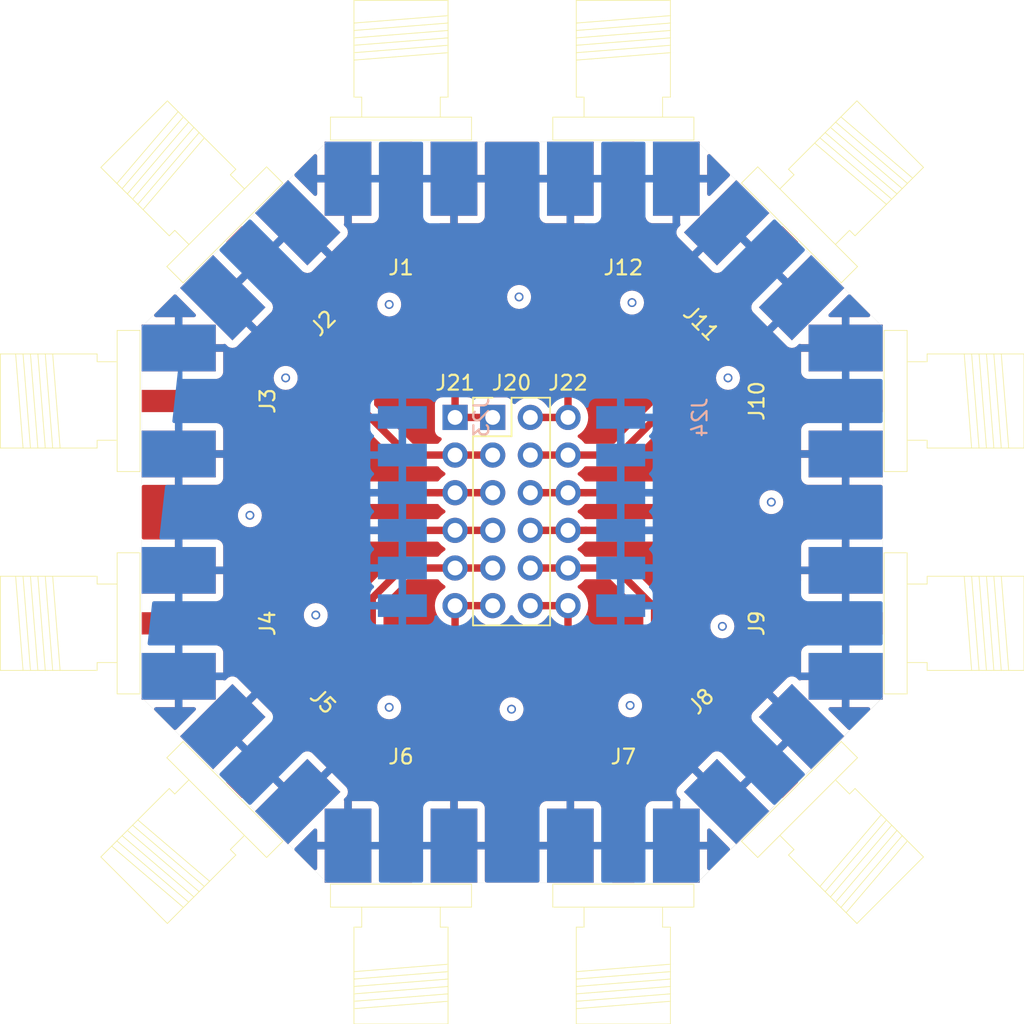
<source format=kicad_pcb>
(kicad_pcb (version 20221018) (generator pcbnew)
  (layers (0 "F.Cu" signal) (31 "B.Cu" signal) (34 "B.Paste" user) (35 "F.Paste" user) (36 "B.SilkS" user "B.Silkscreen") (37 "F.SilkS" user "F.Silkscreen") (38 "B.Mask" user) (39 "F.Mask" user) (44 "Edge.Cuts" user))
  (net 0 "")
  (net 1 "Net-(J1-Pad1)")
  (net 2 "Net-(J2-Pad1)")
  (net 3 "Net-(J20-Pad5)")
  (net 4 "Net-(J20-Pad7)")
  (net 5 "Net-(J20-Pad8)")
  (net 6 "Net-(J20-Pad9)")
  (net 7 "Net-(J10-Pad1)")
  (net 8 "Net-(J11-Pad1)")
  (net 9 "Net-(J12-Pad1)")
  (net 10 "Net-(J20-Pad11)")
  (net 11 "Net-(J20-Pad12)")
  (net 12 "Net-(J20-Pad10)")
  (net 13 "GND")
  (footprint "Connectors:SMA_Board_Edge" (layer "F.Cu") (at 37.5 22.5 180)
    (fp_text reference "J1")
    (fp_text value "Conn_Coaxial")
  )
  (footprint "Connectors:SMA_Board_Edge" (layer "F.Cu") (at 28 28 -135)
    (fp_text reference "J2")
    (fp_text value "Conn_Coaxial")
  )
  (footprint "Connectors:SMA_Board_Edge" (layer "F.Cu") (at 22.5 37.5 -90)
    (fp_text reference "J3")
    (fp_text value "Conn_Coaxial")
  )
  (footprint "Connectors:SMA_Board_Edge" (layer "F.Cu") (at 22.5 52.5 -90)
    (fp_text reference "J4")
    (fp_text value "Conn_Coaxial")
  )
  (footprint "Connectors:SMA_Board_Edge" (layer "F.Cu") (at 28 62 -45)
    (fp_text reference "J5")
    (fp_text value "Conn_Coaxial")
  )
  (footprint "Connectors:SMA_Board_Edge" (layer "F.Cu") (at 37.5 67.5)
    (fp_text reference "J6")
    (fp_text value "Conn_Coaxial")
  )
  (footprint "Connectors:SMA_Board_Edge" (layer "F.Cu") (at 52.5 67.5)
    (fp_text reference "J7")
    (fp_text value "Conn_Coaxial")
  )
  (footprint "Connectors:SMA_Board_Edge" (layer "F.Cu") (at 62 62 45)
    (fp_text reference "J8")
    (fp_text value "Conn_Coaxial")
  )
  (footprint "Connectors:SMA_Board_Edge" (layer "F.Cu") (at 67.5 52.5 90)
    (fp_text reference "J9")
    (fp_text value "Conn_Coaxial")
  )
  (footprint "Connectors:SMA_Board_Edge" (layer "F.Cu") (at 67.5 37.5 90)
    (fp_text reference "J10")
    (fp_text value "Conn_Coaxial")
  )
  (footprint "Connectors:SMA_Board_Edge" (layer "F.Cu") (at 62 28 135)
    (fp_text reference "J11")
    (fp_text value "Conn_Coaxial")
  )
  (footprint "Connectors:SMA_Board_Edge" (layer "F.Cu") (at 52.5 22.5 180)
    (fp_text reference "J12")
    (fp_text value "Conn_Coaxial")
  )
  (footprint "Pin_Headers:Pin_Header_Straight_2x06_Pitch2.54mm" (layer "F.Cu") (at 43.688 38.608)
    (fp_text reference "J20")
    (fp_text value "Conn_02x06_Counter_Clockwise")
  )
  (footprint "Pin_Headers:Pin_Header_Straight_1x06_Pitch2.54mm" (layer "F.Cu") (at 41.148 38.608)
    (fp_text reference "J21")
    (fp_text value "Conn_01x06")
  )
  (footprint "Pin_Headers:Pin_Header_Straight_1x06_Pitch2.54mm" (layer "F.Cu") (at 48.768 38.608)
    (fp_text reference "J22")
    (fp_text value "Conn_01x06")
  )
  (footprint "2.54mm_Pin_Headers:Edge_1x06" (layer "B.Cu") (at 37.592 38.608 -90)
    (fp_text reference "J23")
    (fp_text value "Conn_01x06" hide)
  )
  (footprint "2.54mm_Pin_Headers:Edge_1x06" (layer "B.Cu") (at 52.324 38.608 -90)
    (fp_text reference "J24")
    (fp_text value "Conn_01x06" hide)
  )
  (gr_line (start 70 32.5) (end 70 57.5) (stroke (width 0.01)) (layer "Edge.Cuts"))
  (gr_line (start 32.5 20) (end 57.5 20) (stroke (width 0.01)) (layer "Edge.Cuts"))
  (gr_line (start 70 57.5) (end 57.5 70) (stroke (width 0.01)) (layer "Edge.Cuts"))
  (gr_line (start 20 57.5) (end 20 32.5) (stroke (width 0.01)) (layer "Edge.Cuts"))
  (gr_line (start 32.5 70) (end 20 57.5) (stroke (width 0.01)) (layer "Edge.Cuts"))
  (gr_line (start 57.5 20) (end 70 32.5) (stroke (width 0.01)) (layer "Edge.Cuts"))
  (gr_line (start 70 57.5) (end 57.5 70) (stroke (width 0.01)) (layer "Edge.Cuts"))
  (gr_line (start 57.5 70) (end 32.5 70) (stroke (width 0.01)) (layer "Edge.Cuts"))
  (gr_line (start 20 32.5) (end 32.5 20) (stroke (width 0.01)) (layer "Edge.Cuts"))
  (via (at 29.718 35.941) (size 0.6) (drill 0.4) (layers "F.Cu" "B.Cu") (net 0))
  (via (at 59.563 35.941) (size 0.6) (drill 0.4) (layers "F.Cu" "B.Cu") (net 0))
  (via (at 52.959 58.039) (size 0.6) (drill 0.4) (layers "F.Cu" "B.Cu") (net 0))
  (via (at 36.703 58.166) (size 0.6) (drill 0.4) (layers "F.Cu" "B.Cu") (net 0))
  (via (at 36.703 30.988) (size 0.6) (drill 0.4) (layers "F.Cu" "B.Cu") (net 0))
  (via (at 62.484 44.323) (size 0.6) (drill 0.4) (layers "F.Cu" "B.Cu") (net 0))
  (via (at 31.75 51.943) (size 0.6) (drill 0.4) (layers "F.Cu" "B.Cu") (net 0))
  (via (at 27.305 45.212) (size 0.6) (drill 0.4) (layers "F.Cu" "B.Cu") (net 0))
  (via (at 44.958 58.293) (size 0.6) (drill 0.4) (layers "F.Cu" "B.Cu") (net 0))
  (via (at 53.086 30.861) (size 0.6) (drill 0.4) (layers "F.Cu" "B.Cu") (net 0))
  (via (at 45.466 30.48) (size 0.6) (drill 0.4) (layers "F.Cu" "B.Cu") (net 0))
  (via (at 59.182 52.705) (size 0.6) (drill 0.4) (layers "F.Cu" "B.Cu") (net 0))
  (segment (start 41.756809 29.354813) (end 41.816187 29.414191) (width 0.5) (layer "F.Cu") (net 1))
  (segment (start 41.523 31.273) (end 41.606446 31.282402) (width 0.5) (layer "F.Cu") (net 1))
  (segment (start 41.685707 29.310136) (end 41.756809 29.354813) (width 0.5) (layer "F.Cu") (net 1))
  (segment (start 40.435136 29.060706) (end 40.479813 29.131808) (width 0.5) (layer "F.Cu") (net 1))
  (segment (start 41.148 38.608) (end 43.688 38.608) (width 0.5) (layer "F.Cu") (net 1))
  (segment (start 41.888598 31.981445) (end 41.860864 32.060706) (width 0.5) (layer "F.Cu") (net 1))
  (segment (start 41.860864 30.060706) (end 41.816187 30.131808) (width 0.5) (layer "F.Cu") (net 1))
  (segment (start 40.935706 28.235863) (end 40.856445 28.263597) (width 0.5) (layer "F.Cu") (net 1))
  (segment (start 41.289192 32.354813) (end 41.229814 32.414191) (width 0.5) (layer "F.Cu") (net 1))
  (segment (start 40.479813 28.414191) (end 40.435136 28.485293) (width 0.5) (layer "F.Cu") (net 1))
  (segment (start 41.685707 30.235863) (end 41.606446 30.263597) (width 0.5) (layer "F.Cu") (net 1))
  (segment (start 40.479813 31.131808) (end 40.539191 31.191186) (width 0.5) (layer "F.Cu") (net 1))
  (segment (start 41.816187 32.131808) (end 41.756809 32.191186) (width 0.5) (layer "F.Cu") (net 1))
  (segment (start 41.888598 31.564554) (end 41.898 31.648) (width 0.5) (layer "F.Cu") (net 1))
  (segment (start 41.360294 32.310136) (end 41.289192 32.354813) (width 0.5) (layer "F.Cu") (net 1))
  (segment (start 40.407402 30.564554) (end 40.398 30.648) (width 0.5) (layer "F.Cu") (net 1))
  (segment (start 40.689554 31.263597) (end 40.773 31.273) (width 0.5) (layer "F.Cu") (net 1))
  (segment (start 41.148 33.966435) (end 41.148 38.608) (width 0.5) (layer "F.Cu") (net 1))
  (segment (start 37.5 24.25) (end 41.148 27.898) (width 0.5) (layer "F.Cu") (net 1))
  (segment (start 41.606446 31.282402) (end 41.685707 31.310136) (width 0.5) (layer "F.Cu") (net 1))
  (segment (start 41.816187 31.414191) (end 41.860864 31.485293) (width 0.5) (layer "F.Cu") (net 1))
  (segment (start 40.539191 28.354813) (end 40.479813 28.414191) (width 0.5) (layer "F.Cu") (net 1))
  (segment (start 40.435136 28.485293) (end 40.407402 28.564554) (width 0.5) (layer "F.Cu") (net 1))
  (segment (start 40.539191 30.354813) (end 40.479813 30.414191) (width 0.5) (layer "F.Cu") (net 1))
  (segment (start 41.523 29.273) (end 41.606446 29.282402) (width 0.5) (layer "F.Cu") (net 1))
  (segment (start 41.898 29.898) (end 41.888598 29.981445) (width 0.5) (layer "F.Cu") (net 1))
  (segment (start 41.138597 27.981445) (end 41.110863 28.060706) (width 0.5) (layer "F.Cu") (net 1))
  (segment (start 41.006808 28.191186) (end 40.935706 28.235863) (width 0.5) (layer "F.Cu") (net 1))
  (segment (start 41.148 32.648) (end 41.148 33.966435) (width 0.5) (layer "F.Cu") (net 1))
  (segment (start 41.685707 32.235863) (end 41.606446 32.263597) (width 0.5) (layer "F.Cu") (net 1))
  (segment (start 40.610293 28.310136) (end 40.539191 28.354813) (width 0.5) (layer "F.Cu") (net 1))
  (segment (start 41.185137 32.485293) (end 41.157403 32.564554) (width 0.5) (layer "F.Cu") (net 1))
  (segment (start 41.898 31.898) (end 41.888598 31.981445) (width 0.5) (layer "F.Cu") (net 1))
  (segment (start 41.606446 32.263597) (end 41.439555 32.282402) (width 0.5) (layer "F.Cu") (net 1))
  (segment (start 41.860864 31.485293) (end 41.888598 31.564554) (width 0.5) (layer "F.Cu") (net 1))
  (segment (start 40.479813 29.131808) (end 40.539191 29.191186) (width 0.5) (layer "F.Cu") (net 1))
  (segment (start 40.407402 28.564554) (end 40.398 28.648) (width 0.5) (layer "F.Cu") (net 1))
  (segment (start 41.860864 32.060706) (end 41.816187 32.131808) (width 0.5) (layer "F.Cu") (net 1))
  (segment (start 41.816187 29.414191) (end 41.860864 29.485293) (width 0.5) (layer "F.Cu") (net 1))
  (segment (start 41.606446 30.263597) (end 41.523 30.273) (width 0.5) (layer "F.Cu") (net 1))
  (segment (start 41.888598 29.981445) (end 41.860864 30.060706) (width 0.5) (layer "F.Cu") (net 1))
  (segment (start 40.398 30.648) (end 40.398 30.898) (width 0.5) (layer "F.Cu") (net 1))
  (segment (start 40.407402 28.981445) (end 40.435136 29.060706) (width 0.5) (layer "F.Cu") (net 1))
  (segment (start 40.689554 29.263597) (end 40.773 29.273) (width 0.5) (layer "F.Cu") (net 1))
  (segment (start 40.773 30.273) (end 40.689554 30.282402) (width 0.5) (layer "F.Cu") (net 1))
  (segment (start 40.407402 30.981445) (end 40.435136 31.060706) (width 0.5) (layer "F.Cu") (net 1))
  (segment (start 41.229814 32.414191) (end 41.185137 32.485293) (width 0.5) (layer "F.Cu") (net 1))
  (segment (start 41.756809 32.191186) (end 41.685707 32.235863) (width 0.5) (layer "F.Cu") (net 1))
  (segment (start 41.816187 30.131808) (end 41.756809 30.191186) (width 0.5) (layer "F.Cu") (net 1))
  (segment (start 41.756809 30.191186) (end 41.685707 30.235863) (width 0.5) (layer "F.Cu") (net 1))
  (segment (start 40.435136 30.485293) (end 40.407402 30.564554) (width 0.5) (layer "F.Cu") (net 1))
  (segment (start 41.606446 29.282402) (end 41.685707 29.310136) (width 0.5) (layer "F.Cu") (net 1))
  (segment (start 40.398 30.898) (end 40.407402 30.981445) (width 0.5) (layer "F.Cu") (net 1))
  (segment (start 40.773 31.273) (end 41.523 31.273) (width 0.5) (layer "F.Cu") (net 1))
  (segment (start 40.610293 30.310136) (end 40.539191 30.354813) (width 0.5) (layer "F.Cu") (net 1))
  (segment (start 41.110863 28.060706) (end 41.066186 28.131808) (width 0.5) (layer "F.Cu") (net 1))
  (segment (start 40.773 29.273) (end 41.523 29.273) (width 0.5) (layer "F.Cu") (net 1))
  (segment (start 40.610293 31.235863) (end 40.689554 31.263597) (width 0.5) (layer "F.Cu") (net 1))
  (segment (start 40.398 28.898) (end 40.407402 28.981445) (width 0.5) (layer "F.Cu") (net 1))
  (segment (start 40.689554 30.282402) (end 40.610293 30.310136) (width 0.5) (layer "F.Cu") (net 1))
  (segment (start 40.610293 29.235863) (end 40.689554 29.263597) (width 0.5) (layer "F.Cu") (net 1))
  (segment (start 37.5 22.5) (end 37.5 24.25) (width 0.5) (layer "F.Cu") (net 1))
  (segment (start 41.148 27.898) (end 41.138597 27.981445) (width 0.5) (layer "F.Cu") (net 1))
  (segment (start 41.860864 29.485293) (end 41.888598 29.564554) (width 0.5) (layer "F.Cu") (net 1))
  (segment (start 40.479813 30.414191) (end 40.435136 30.485293) (width 0.5) (layer "F.Cu") (net 1))
  (segment (start 41.898 29.648) (end 41.898 29.898) (width 0.5) (layer "F.Cu") (net 1))
  (segment (start 41.685707 31.310136) (end 41.756809 31.354813) (width 0.5) (layer "F.Cu") (net 1))
  (segment (start 41.157403 32.564554) (end 41.148 32.648) (width 0.5) (layer "F.Cu") (net 1))
  (segment (start 40.856445 28.263597) (end 40.689554 28.282402) (width 0.5) (layer "F.Cu") (net 1))
  (segment (start 40.435136 31.060706) (end 40.479813 31.131808) (width 0.5) (layer "F.Cu") (net 1))
  (segment (start 41.898 31.648) (end 41.898 31.898) (width 0.5) (layer "F.Cu") (net 1))
  (segment (start 41.888598 29.564554) (end 41.898 29.648) (width 0.5) (layer "F.Cu") (net 1))
  (segment (start 41.523 30.273) (end 40.773 30.273) (width 0.5) (layer "F.Cu") (net 1))
  (segment (start 40.689554 28.282402) (end 40.610293 28.310136) (width 0.5) (layer "F.Cu") (net 1))
  (segment (start 41.066186 28.131808) (end 41.006808 28.191186) (width 0.5) (layer "F.Cu") (net 1))
  (segment (start 41.756809 31.354813) (end 41.816187 31.414191) (width 0.5) (layer "F.Cu") (net 1))
  (segment (start 40.539191 29.191186) (end 40.610293 29.235863) (width 0.5) (layer "F.Cu") (net 1))
  (segment (start 41.439555 32.282402) (end 41.360294 32.310136) (width 0.5) (layer "F.Cu") (net 1))
  (segment (start 40.539191 31.191186) (end 40.610293 31.235863) (width 0.5) (layer "F.Cu") (net 1))
  (segment (start 40.398 28.648) (end 40.398 28.898) (width 0.5) (layer "F.Cu") (net 1))
  (segment (start 32.562234 32.774247) (end 32.583328 32.764089) (width 0.5) (layer "F.Cu") (net 2))
  (segment (start 30.494597 30.609554) (end 30.465402 30.646162) (width 0.5) (layer "F.Cu") (net 2))
  (segment (start 31.101471 31.364929) (end 31.124883 31.364929) (width 0.5) (layer "F.Cu") (net 2))
  (segment (start 30.504755 30.58846) (end 30.494597 30.609554) (width 0.5) (layer "F.Cu") (net 2))
  (segment (start 31.894526 32.042385) (end 31.879929 32.060689) (width 0.5) (layer "F.Cu") (net 2))
  (segment (start 31.168802 31.349561) (end 31.187106 31.334963) (width 0.5) (layer "F.Cu") (net 2))
  (segment (start 34.925 38.1) (end 37.973 41.148) (width 0.5) (layer "F.Cu") (net 2))
  (segment (start 34.078065 34.133735) (end 34.101477 34.133735) (width 0.5) (layer "F.Cu") (net 2))
  (segment (start 34.925 34.925) (end 34.925 38.1) (width 0.5) (layer "F.Cu") (net 2))
  (segment (start 30.48 30.48) (end 30.494597 30.498304) (width 0.5) (layer "F.Cu") (net 2))
  (segment (start 31.879929 32.171939) (end 31.894526 32.190244) (width 0.5) (layer "F.Cu") (net 2))
  (segment (start 31.894526 32.190244) (end 32.453773 32.749491) (width 0.5) (layer "F.Cu") (net 2))
  (segment (start 33.294139 33.586149) (end 33.308736 33.604454) (width 0.5) (layer "F.Cu") (net 2))
  (segment (start 33.486562 33.246514) (end 33.481351 33.269338) (width 0.5) (layer "F.Cu") (net 2))
  (segment (start 31.261035 31.261033) (end 31.261351 31.261351) (width 0.5) (layer "F.Cu") (net 2))
  (segment (start 31.869771 32.081783) (end 31.864561 32.104608) (width 0.5) (layer "F.Cu") (net 2))
  (segment (start 32.493172 32.774247) (end 32.515997 32.779457) (width 0.5) (layer "F.Cu") (net 2))
  (segment (start 32.072352 31.832304) (end 32.067141 31.855128) (width 0.5) (layer "F.Cu") (net 2))
  (segment (start 33.886288 34.178299) (end 33.907382 34.188457) (width 0.5) (layer "F.Cu") (net 2))
  (segment (start 32.042386 31.746668) (end 32.056983 31.764972) (width 0.5) (layer "F.Cu") (net 2))
  (segment (start 32.835124 32.571665) (end 32.85795 32.576875) (width 0.5) (layer "F.Cu") (net 2))
  (segment (start 32.788888 32.576876) (end 32.811712 32.571665) (width 0.5) (layer "F.Cu") (net 2))
  (segment (start 31.374678 31.162666) (end 31.397502 31.157455) (width 0.5) (layer "F.Cu") (net 2))
  (segment (start 33.907382 34.188457) (end 33.930207 34.193667) (width 0.5) (layer "F.Cu") (net 2))
  (segment (start 31.078646 31.359719) (end 31.101471 31.364929) (width 0.5) (layer "F.Cu") (net 2))
  (segment (start 33.308736 33.604454) (end 33.867983 34.163701) (width 0.5) (layer "F.Cu") (net 2))
  (segment (start 33.867983 34.163701) (end 33.886288 34.178299) (width 0.5) (layer "F.Cu") (net 2))
  (segment (start 37.973 41.148) (end 41.148 41.148) (width 0.5) (layer "F.Cu") (net 2))
  (segment (start 31.869771 32.150846) (end 31.879929 32.171939) (width 0.5) (layer "F.Cu") (net 2))
  (segment (start 32.601632 32.749491) (end 32.749491 32.601632) (width 0.5) (layer "F.Cu") (net 2))
  (segment (start 31.261351 31.261351) (end 31.335281 31.187422) (width 0.5) (layer "F.Cu") (net 2))
  (segment (start 34.1637 34.163701) (end 34.925 34.925) (width 0.5) (layer "F.Cu") (net 2))
  (segment (start 33.471193 33.179182) (end 33.481351 33.200276) (width 0.5) (layer "F.Cu") (net 2))
  (segment (start 33.294139 33.474899) (end 33.283981 33.495993) (width 0.5) (layer "F.Cu") (net 2))
  (segment (start 32.879044 32.587034) (end 32.897349 32.601631) (width 0.5) (layer "F.Cu") (net 2))
  (segment (start 32.85795 32.576875) (end 32.879044 32.587034) (width 0.5) (layer "F.Cu") (net 2))
  (segment (start 31.187106 31.334963) (end 31.261035 31.261033) (width 0.5) (layer "F.Cu") (net 2))
  (segment (start 31.397502 31.157455) (end 31.420914 31.157455) (width 0.5) (layer "F.Cu") (net 2))
  (segment (start 30.450034 30.713493) (end 30.455244 30.736318) (width 0.5) (layer "F.Cu") (net 2))
  (segment (start 33.283981 33.495993) (end 33.278771 33.518818) (width 0.5) (layer "F.Cu") (net 2))
  (segment (start 33.278771 33.54223) (end 33.283981 33.565056) (width 0.5) (layer "F.Cu") (net 2))
  (segment (start 33.308736 33.456595) (end 33.294139 33.474899) (width 0.5) (layer "F.Cu") (net 2))
  (segment (start 31.057552 31.349561) (end 31.078646 31.359719) (width 0.5) (layer "F.Cu") (net 2))
  (segment (start 30.455244 30.736318) (end 30.465402 30.757412) (width 0.5) (layer "F.Cu") (net 2))
  (segment (start 31.483139 31.187421) (end 32.042386 31.746668) (width 0.5) (layer "F.Cu") (net 2))
  (segment (start 33.481351 33.269338) (end 33.471193 33.290432) (width 0.5) (layer "F.Cu") (net 2))
  (segment (start 34.145396 34.149103) (end 34.1637 34.163701) (width 0.5) (layer "F.Cu") (net 2))
  (segment (start 33.481351 33.200276) (end 33.486562 33.223102) (width 0.5) (layer "F.Cu") (net 2))
  (segment (start 31.44374 31.162665) (end 31.464834 31.172824) (width 0.5) (layer "F.Cu") (net 2))
  (segment (start 28 28) (end 30.48 30.48) (width 0.5) (layer "F.Cu") (net 2))
  (segment (start 34.05524 34.138945) (end 34.078065 34.133735) (width 0.5) (layer "F.Cu") (net 2))
  (segment (start 32.042385 31.894526) (end 31.894526 32.042385) (width 0.5) (layer "F.Cu") (net 2))
  (segment (start 31.147708 31.359719) (end 31.168802 31.349561) (width 0.5) (layer "F.Cu") (net 2))
  (segment (start 31.420914 31.157455) (end 31.44374 31.162665) (width 0.5) (layer "F.Cu") (net 2))
  (segment (start 30.465402 30.757412) (end 30.48 30.775716) (width 0.5) (layer "F.Cu") (net 2))
  (segment (start 32.056983 31.764972) (end 32.067141 31.786066) (width 0.5) (layer "F.Cu") (net 2))
  (segment (start 33.278771 33.518818) (end 33.278771 33.54223) (width 0.5) (layer "F.Cu") (net 2))
  (segment (start 33.953619 34.193667) (end 33.976444 34.188457) (width 0.5) (layer "F.Cu") (net 2))
  (segment (start 30.509965 30.542223) (end 30.509965 30.565635) (width 0.5) (layer "F.Cu") (net 2))
  (segment (start 32.453773 32.749491) (end 32.472078 32.764089) (width 0.5) (layer "F.Cu") (net 2))
  (segment (start 31.353584 31.172824) (end 31.374678 31.162666) (width 0.5) (layer "F.Cu") (net 2))
  (segment (start 34.101477 34.133735) (end 34.124302 34.138945) (width 0.5) (layer "F.Cu") (net 2))
  (segment (start 32.583328 32.764089) (end 32.601632 32.749491) (width 0.5) (layer "F.Cu") (net 2))
  (segment (start 32.067141 31.855128) (end 32.056983 31.876222) (width 0.5) (layer "F.Cu") (net 2))
  (segment (start 30.450034 30.690081) (end 30.450034 30.713493) (width 0.5) (layer "F.Cu") (net 2))
  (segment (start 33.471193 33.290432) (end 33.456595 33.308736) (width 0.5) (layer "F.Cu") (net 2))
  (segment (start 32.749491 32.601632) (end 32.767794 32.587034) (width 0.5) (layer "F.Cu") (net 2))
  (segment (start 34.034146 34.149103) (end 34.05524 34.138945) (width 0.5) (layer "F.Cu") (net 2))
  (segment (start 32.767794 32.587034) (end 32.788888 32.576876) (width 0.5) (layer "F.Cu") (net 2))
  (segment (start 41.148 41.148) (end 43.688 41.148) (width 0.5) (layer "F.Cu") (net 2))
  (segment (start 33.930207 34.193667) (end 33.953619 34.193667) (width 0.5) (layer "F.Cu") (net 2))
  (segment (start 30.455244 30.667256) (end 30.450034 30.690081) (width 0.5) (layer "F.Cu") (net 2))
  (segment (start 33.456595 33.308736) (end 33.308736 33.456595) (width 0.5) (layer "F.Cu") (net 2))
  (segment (start 33.283981 33.565056) (end 33.294139 33.586149) (width 0.5) (layer "F.Cu") (net 2))
  (segment (start 31.039247 31.334963) (end 31.057552 31.349561) (width 0.5) (layer "F.Cu") (net 2))
  (segment (start 33.486562 33.223102) (end 33.486562 33.246514) (width 0.5) (layer "F.Cu") (net 2))
  (segment (start 31.464834 31.172824) (end 31.483139 31.187421) (width 0.5) (layer "F.Cu") (net 2))
  (segment (start 32.472078 32.764089) (end 32.493172 32.774247) (width 0.5) (layer "F.Cu") (net 2))
  (segment (start 33.997538 34.178299) (end 34.034146 34.149103) (width 0.5) (layer "F.Cu") (net 2))
  (segment (start 31.879929 32.060689) (end 31.869771 32.081783) (width 0.5) (layer "F.Cu") (net 2))
  (segment (start 33.976444 34.188457) (end 33.997538 34.178299) (width 0.5) (layer "F.Cu") (net 2))
  (segment (start 32.897349 32.601631) (end 33.456596 33.160878) (width 0.5) (layer "F.Cu") (net 2))
  (segment (start 31.864561 32.12802) (end 31.869771 32.150846) (width 0.5) (layer "F.Cu") (net 2))
  (segment (start 32.539409 32.779457) (end 32.562234 32.774247) (width 0.5) (layer "F.Cu") (net 2))
  (segment (start 30.465402 30.646162) (end 30.455244 30.667256) (width 0.5) (layer "F.Cu") (net 2))
  (segment (start 31.335281 31.187422) (end 31.353584 31.172824) (width 0.5) (layer "F.Cu") (net 2))
  (segment (start 30.504755 30.519398) (end 30.509965 30.542223) (width 0.5) (layer "F.Cu") (net 2))
  (segment (start 30.509965 30.565635) (end 30.504755 30.58846) (width 0.5) (layer "F.Cu") (net 2))
  (segment (start 31.864561 32.104608) (end 31.864561 32.12802) (width 0.5) (layer "F.Cu") (net 2))
  (segment (start 32.056983 31.876222) (end 32.042385 31.894526) (width 0.5) (layer "F.Cu") (net 2))
  (segment (start 32.811712 32.571665) (end 32.835124 32.571665) (width 0.5) (layer "F.Cu") (net 2))
  (segment (start 30.48 30.775716) (end 31.039247 31.334963) (width 0.5) (layer "F.Cu") (net 2))
  (segment (start 34.124302 34.138945) (end 34.145396 34.149103) (width 0.5) (layer "F.Cu") (net 2))
  (segment (start 32.072352 31.808892) (end 32.072352 31.832304) (width 0.5) (layer "F.Cu") (net 2))
  (segment (start 32.515997 32.779457) (end 32.539409 32.779457) (width 0.5) (layer "F.Cu") (net 2))
  (segment (start 33.456596 33.160878) (end 33.471193 33.179182) (width 0.5) (layer "F.Cu") (net 2))
  (segment (start 31.124883 31.364929) (end 31.147708 31.359719) (width 0.5) (layer "F.Cu") (net 2))
  (segment (start 32.067141 31.786066) (end 32.072352 31.808892) (width 0.5) (layer "F.Cu") (net 2))
  (segment (start 30.494597 30.498304) (end 30.504755 30.519398) (width 0.5) (layer "F.Cu") (net 2))
  (segment (start 28.944187 40.75241) (end 28.934999 40.771491) (width 0.5) (layer "F.Cu") (net 3))
  (segment (start 28.250326 40.05855) (end 28.270973 40.053837) (width 0.5) (layer "F.Cu") (net 3))
  (segment (start 28.944187 40.68994) (end 28.948899 40.710586) (width 0.5) (layer "F.Cu") (net 3))
  (segment (start 27.383203 39.487187) (end 27.369999 39.503745) (width 0.5) (layer "F.Cu") (net 3))
  (segment (start 29.61234 41.615694) (end 29.628897 41.628898) (width 0.5) (layer "F.Cu") (net 3))
  (segment (start 27.369999 39.503745) (end 27.356795 39.520302) (width 0.5) (layer "F.Cu") (net 3))
  (segment (start 27.383203 39.386557) (end 27.392392 39.405637) (width 0.5) (layer "F.Cu") (net 3))
  (segment (start 29.53079 41.606505) (end 29.551436 41.601793) (width 0.5) (layer "F.Cu") (net 3))
  (segment (start 29.417691 41.656004) (end 29.438868 41.656004) (width 0.5) (layer "F.Cu") (net 3))
  (segment (start 28.143978 40.143977) (end 28.147816 40.147816) (width 0.5) (layer "F.Cu") (net 3))
  (segment (start 28.774842 41.038981) (end 28.788046 41.055538) (width 0.5) (layer "F.Cu") (net 3))
  (segment (start 28.921794 40.788047) (end 28.85492 40.85492) (width 0.5) (layer "F.Cu") (net 3))
  (segment (start 28.060548 40.224055) (end 28.077105 40.21085) (width 0.5) (layer "F.Cu") (net 3))
  (segment (start 28.760941 40.999254) (end 28.765654 41.0199) (width 0.5) (layer "F.Cu") (net 3))
  (segment (start 27.347606 39.601853) (end 27.356795 39.620933) (width 0.5) (layer "F.Cu") (net 3))
  (segment (start 29.478595 41.642103) (end 29.511709 41.615694) (width 0.5) (layer "F.Cu") (net 3))
  (segment (start 27.397104 39.426283) (end 27.397104 39.447461) (width 0.5) (layer "F.Cu") (net 3))
  (segment (start 29.572613 41.601793) (end 29.59326 41.606505) (width 0.5) (layer "F.Cu") (net 3))
  (segment (start 27.342894 39.581206) (end 27.347606 39.601853) (width 0.5) (layer "F.Cu") (net 3))
  (segment (start 27.356795 39.620933) (end 27.369999 39.63749) (width 0.5) (layer "F.Cu") (net 3))
  (segment (start 29.628897 41.628898) (end 31.688 43.688) (width 0.5) (layer "F.Cu") (net 3))
  (segment (start 29.59326 41.606505) (end 29.61234 41.615694) (width 0.5) (layer "F.Cu") (net 3))
  (segment (start 29.511709 41.615694) (end 29.53079 41.606505) (width 0.5) (layer "F.Cu") (net 3))
  (segment (start 27.369999 39.63749) (end 27.94336 40.210851) (width 0.5) (layer "F.Cu") (net 3))
  (segment (start 27.342894 39.560029) (end 27.342894 39.581206) (width 0.5) (layer "F.Cu") (net 3))
  (segment (start 41.148 43.688) (end 43.688 43.688) (width 0.5) (layer "F.Cu") (net 3))
  (segment (start 28.921795 40.654303) (end 28.934998 40.670859) (width 0.5) (layer "F.Cu") (net 3))
  (segment (start 28.85492 40.85492) (end 28.788046 40.921793) (width 0.5) (layer "F.Cu") (net 3))
  (segment (start 28.934999 40.771491) (end 28.921794 40.788047) (width 0.5) (layer "F.Cu") (net 3))
  (segment (start 39.945919 43.688) (end 41.148 43.688) (width 0.5) (layer "F.Cu") (net 3))
  (segment (start 28.231246 40.067738) (end 28.250326 40.05855) (width 0.5) (layer "F.Cu") (net 3))
  (segment (start 29.361407 41.628899) (end 29.377964 41.642103) (width 0.5) (layer "F.Cu") (net 3))
  (segment (start 29.377964 41.642103) (end 29.397045 41.651292) (width 0.5) (layer "F.Cu") (net 3))
  (segment (start 27.959917 40.224055) (end 27.978998 40.233244) (width 0.5) (layer "F.Cu") (net 3))
  (segment (start 28.788046 41.055538) (end 29.361407 41.628899) (width 0.5) (layer "F.Cu") (net 3))
  (segment (start 28.765654 40.95743) (end 28.760941 40.978077) (width 0.5) (layer "F.Cu") (net 3))
  (segment (start 28.348434 40.080942) (end 28.921795 40.654303) (width 0.5) (layer "F.Cu") (net 3))
  (segment (start 29.438868 41.656004) (end 29.459515 41.651292) (width 0.5) (layer "F.Cu") (net 3))
  (segment (start 29.459515 41.651292) (end 29.478595 41.642103) (width 0.5) (layer "F.Cu") (net 3))
  (segment (start 28.760941 40.978077) (end 28.760941 40.999254) (width 0.5) (layer "F.Cu") (net 3))
  (segment (start 27.999644 40.237956) (end 28.020821 40.237956) (width 0.5) (layer "F.Cu") (net 3))
  (segment (start 28.077105 40.21085) (end 28.143978 40.143977) (width 0.5) (layer "F.Cu") (net 3))
  (segment (start 28.147816 40.147816) (end 28.21469 40.080943) (width 0.5) (layer "F.Cu") (net 3))
  (segment (start 25.5 37.5) (end 27.37 39.37) (width 0.5) (layer "F.Cu") (net 3))
  (segment (start 27.356795 39.520302) (end 27.347606 39.539383) (width 0.5) (layer "F.Cu") (net 3))
  (segment (start 28.331876 40.067737) (end 28.348434 40.080942) (width 0.5) (layer "F.Cu") (net 3))
  (segment (start 28.934998 40.670859) (end 28.944187 40.68994) (width 0.5) (layer "F.Cu") (net 3))
  (segment (start 28.21469 40.080943) (end 28.231246 40.067738) (width 0.5) (layer "F.Cu") (net 3))
  (segment (start 27.392392 39.405637) (end 27.397104 39.426283) (width 0.5) (layer "F.Cu") (net 3))
  (segment (start 29.551436 41.601793) (end 29.572613 41.601793) (width 0.5) (layer "F.Cu") (net 3))
  (segment (start 28.270973 40.053837) (end 28.292149 40.053836) (width 0.5) (layer "F.Cu") (net 3))
  (segment (start 27.978998 40.233244) (end 27.999644 40.237956) (width 0.5) (layer "F.Cu") (net 3))
  (segment (start 27.347606 39.539383) (end 27.342894 39.560029) (width 0.5) (layer "F.Cu") (net 3))
  (segment (start 28.292149 40.053836) (end 28.312796 40.05855) (width 0.5) (layer "F.Cu") (net 3))
  (segment (start 22.5 37.5) (end 25.5 37.5) (width 0.5) (layer "F.Cu") (net 3))
  (segment (start 28.041468 40.233244) (end 28.060548 40.224055) (width 0.5) (layer "F.Cu") (net 3))
  (segment (start 27.94336 40.210851) (end 27.959917 40.224055) (width 0.5) (layer "F.Cu") (net 3))
  (segment (start 22.5 37.5) (end 24.8 37.5) (width 0.5) (layer "F.Cu") (net 3))
  (segment (start 28.9489 40.731764) (end 28.944187 40.75241) (width 0.5) (layer "F.Cu") (net 3))
  (segment (start 27.37 39.37) (end 27.383203 39.386557) (width 0.5) (layer "F.Cu") (net 3))
  (segment (start 28.312796 40.05855) (end 28.331876 40.067737) (width 0.5) (layer "F.Cu") (net 3))
  (segment (start 28.788046 40.921793) (end 28.774842 40.93835) (width 0.5) (layer "F.Cu") (net 3))
  (segment (start 28.020821 40.237956) (end 28.041468 40.233244) (width 0.5) (layer "F.Cu") (net 3))
  (segment (start 31.688 43.688) (end 39.945919 43.688) (width 0.5) (layer "F.Cu") (net 3))
  (segment (start 28.948899 40.710586) (end 28.9489 40.731764) (width 0.5) (layer "F.Cu") (net 3))
  (segment (start 27.397104 39.447461) (end 27.392392 39.468107) (width 0.5) (layer "F.Cu") (net 3))
  (segment (start 27.392392 39.468107) (end 27.383203 39.487187) (width 0.5) (layer "F.Cu") (net 3))
  (segment (start 28.774842 40.93835) (end 28.765654 40.95743) (width 0.5) (layer "F.Cu") (net 3))
  (segment (start 29.397045 41.651292) (end 29.417691 41.656004) (width 0.5) (layer "F.Cu") (net 3))
  (segment (start 28.765654 41.0199) (end 28.774842 41.038981) (width 0.5) (layer "F.Cu") (net 3))
  (segment (start 27.940965 49.779828) (end 27.972166 49.772707) (width 0.5) (layer "F.Cu") (net 4))
  (segment (start 28.206281 49.854627) (end 28.23748 49.847507) (width 0.5) (layer "F.Cu") (net 4))
  (segment (start 27.887112 49.813666) (end 27.912132 49.793713) (width 0.5) (layer "F.Cu") (net 4))
  (segment (start 27.362162 50.343683) (end 27.382115 50.318662) (width 0.5) (layer "F.Cu") (net 4))
  (segment (start 26.897131 51.454953) (end 26.925964 51.468839) (width 0.5) (layer "F.Cu") (net 4))
  (segment (start 27.0492 51.454953) (end 27.074221 51.435) (width 0.5) (layer "F.Cu") (net 4))
  (segment (start 28.23748 49.847507) (end 28.266314 49.83362) (width 0.5) (layer "F.Cu") (net 4))
  (segment (start 28.004168 49.772707) (end 28.035369 49.779827) (width 0.5) (layer "F.Cu") (net 4))
  (segment (start 27.620176 50.812947) (end 27.613055 50.781747) (width 0.5) (layer "F.Cu") (net 4))
  (segment (start 26.69502 51.415046) (end 26.723853 51.401161) (width 0.5) (layer "F.Cu") (net 4))
  (segment (start 26.925964 51.468839) (end 26.957164 51.47596) (width 0.5) (layer "F.Cu") (net 4))
  (segment (start 26.67 51.435) (end 26.69502 51.415046) (width 0.5) (layer "F.Cu") (net 4))
  (segment (start 26.755054 51.39404) (end 26.787056 51.39404) (width 0.5) (layer "F.Cu") (net 4))
  (segment (start 27.483172 50.621828) (end 27.382116 50.520772) (width 0.5) (layer "F.Cu") (net 4))
  (segment (start 28.174277 49.854628) (end 28.206281 49.854627) (width 0.5) (layer "F.Cu") (net 4))
  (segment (start 31.877 46.228) (end 41.148 46.228) (width 0.5) (layer "F.Cu") (net 4))
  (segment (start 27.579216 50.930004) (end 27.59917 50.904983) (width 0.5) (layer "F.Cu") (net 4))
  (segment (start 27.348278 50.466918) (end 27.341156 50.435718) (width 0.5) (layer "F.Cu") (net 4))
  (segment (start 27.59917 50.752913) (end 27.579215 50.727892) (width 0.5) (layer "F.Cu") (net 4))
  (segment (start 26.818256 51.401161) (end 26.84709 51.415046) (width 0.5) (layer "F.Cu") (net 4))
  (segment (start 26.787056 51.39404) (end 26.818256 51.401161) (width 0.5) (layer "F.Cu") (net 4))
  (segment (start 27.59917 50.904983) (end 27.613055 50.87615) (width 0.5) (layer "F.Cu") (net 4))
  (segment (start 27.613055 50.781747) (end 27.59917 50.752913) (width 0.5) (layer "F.Cu") (net 4))
  (segment (start 22.5 52.5) (end 25.605 52.5) (width 0.5) (layer "F.Cu") (net 4))
  (segment (start 27.382115 50.318662) (end 27.887112 49.813666) (width 0.5) (layer "F.Cu") (net 4))
  (segment (start 26.84709 51.415046) (end 26.897131 51.454953) (width 0.5) (layer "F.Cu") (net 4))
  (segment (start 27.341156 50.435718) (end 27.341156 50.403716) (width 0.5) (layer "F.Cu") (net 4))
  (segment (start 28.114244 49.833621) (end 28.143078 49.847506) (width 0.5) (layer "F.Cu") (net 4))
  (segment (start 28.266314 49.83362) (end 28.291335 49.813667) (width 0.5) (layer "F.Cu") (net 4))
  (segment (start 28.291335 49.813667) (end 31.877 46.228) (width 0.5) (layer "F.Cu") (net 4))
  (segment (start 27.020367 51.468839) (end 27.0492 51.454953) (width 0.5) (layer "F.Cu") (net 4))
  (segment (start 27.348277 50.372516) (end 27.362162 50.343683) (width 0.5) (layer "F.Cu") (net 4))
  (segment (start 27.362162 50.495753) (end 27.348278 50.466918) (width 0.5) (layer "F.Cu") (net 4))
  (segment (start 27.074221 51.435) (end 27.579216 50.930004) (width 0.5) (layer "F.Cu") (net 4))
  (segment (start 27.620176 50.844949) (end 27.620176 50.812947) (width 0.5) (layer "F.Cu") (net 4))
  (segment (start 26.989167 51.47596) (end 27.020367 51.468839) (width 0.5) (layer "F.Cu") (net 4))
  (segment (start 26.957164 51.47596) (end 26.989167 51.47596) (width 0.5) (layer "F.Cu") (net 4))
  (segment (start 25.605 52.5) (end 26.67 51.435) (width 0.5) (layer "F.Cu") (net 4))
  (segment (start 27.972166 49.772707) (end 28.004168 49.772707) (width 0.5) (layer "F.Cu") (net 4))
  (segment (start 28.035369 49.779827) (end 28.064202 49.793713) (width 0.5) (layer "F.Cu") (net 4))
  (segment (start 27.579215 50.727892) (end 27.478159 50.626836) (width 0.5) (layer "F.Cu") (net 4))
  (segment (start 27.341156 50.403716) (end 27.348277 50.372516) (width 0.5) (layer "F.Cu") (net 4))
  (segment (start 28.064202 49.793713) (end 28.114244 49.833621) (width 0.5) (layer "F.Cu") (net 4))
  (segment (start 28.143078 49.847506) (end 28.174277 49.854628) (width 0.5) (layer "F.Cu") (net 4))
  (segment (start 27.382116 50.520772) (end 27.362162 50.495753) (width 0.5) (layer "F.Cu") (net 4))
  (segment (start 27.912132 49.793713) (end 27.940965 49.779828) (width 0.5) (layer "F.Cu") (net 4))
  (segment (start 26.723853 51.401161) (end 26.755054 51.39404) (width 0.5) (layer "F.Cu") (net 4))
  (segment (start 27.478159 50.626836) (end 27.483172 50.621828) (width 0.5) (layer "F.Cu") (net 4))
  (segment (start 27.613055 50.87615) (end 27.620176 50.844949) (width 0.5) (layer "F.Cu") (net 4))
  (segment (start 41.148 46.228) (end 43.688 46.228) (width 0.5) (layer "F.Cu") (net 4))
  (segment (start 64.05 50.560507) (end 63.462638 49.973145) (width 0.5) (layer "F.Cu") (net 5))
  (segment (start 64.038178 50.785175) (end 64.029951 50.768092) (width 0.5) (layer "F.Cu") (net 5))
  (segment (start 64.025732 50.749607) (end 64.025732 50.730646) (width 0.5) (layer "F.Cu") (net 5))
  (segment (start 64.074268 50.6109) (end 64.070049 50.592414) (width 0.5) (layer "F.Cu") (net 5))
  (segment (start 64.070049 50.592414) (end 64.061822 50.575331) (width 0.5) (layer "F.Cu") (net 5))
  (segment (start 62.624947 49.2552) (end 62.636769 49.240376) (width 0.5) (layer "F.Cu") (net 5))
  (segment (start 63.272181 50.022181) (end 63.212308 50.082055) (width 0.5) (layer "F.Cu") (net 5))
  (segment (start 63.124469 50.102104) (end 63.107386 50.093877) (width 0.5) (layer "F.Cu") (net 5))
  (segment (start 64.061822 50.575331) (end 64.05 50.560507) (width 0.5) (layer "F.Cu") (net 5))
  (segment (start 62.624947 49.135454) (end 62.037585 48.548092) (width 0.5) (layer "F.Cu") (net 5))
  (segment (start 62.005678 48.528044) (end 61.987193 48.523825) (width 0.5) (layer "F.Cu") (net 5))
  (segment (start 62.485152 49.406855) (end 62.493379 49.389772) (width 0.5) (layer "F.Cu") (net 5))
  (segment (start 61.968232 48.523825) (end 61.949747 48.528044) (width 0.5) (layer "F.Cu") (net 5))
  (segment (start 63.462638 49.973145) (end 63.447814 49.961324) (width 0.5) (layer "F.Cu") (net 5))
  (segment (start 61.798093 48.548092) (end 59.478 46.228) (width 0.5) (layer "F.Cu") (net 5))
  (segment (start 64.070049 50.648346) (end 64.074268 50.62986) (width 0.5) (layer "F.Cu") (net 5))
  (segment (start 62.505199 49.374947) (end 62.624947 49.2552) (width 0.5) (layer "F.Cu") (net 5))
  (segment (start 63.107386 50.093877) (end 63.092562 50.082055) (width 0.5) (layer "F.Cu") (net 5))
  (segment (start 62.022761 48.536271) (end 62.005678 48.528044) (width 0.5) (layer "F.Cu") (net 5))
  (segment (start 62.485151 49.462785) (end 62.480932 49.4443) (width 0.5) (layer "F.Cu") (net 5))
  (segment (start 49.970081 46.228) (end 48.768 46.228) (width 0.5) (layer "F.Cu") (net 5))
  (segment (start 67.5 52.5) (end 65.75 52.5) (width 0.5) (layer "F.Cu") (net 5))
  (segment (start 61.987193 48.523825) (end 61.968232 48.523825) (width 0.5) (layer "F.Cu") (net 5))
  (segment (start 64.025732 50.730646) (end 64.029951 50.712161) (width 0.5) (layer "F.Cu") (net 5))
  (segment (start 62.037585 48.548092) (end 62.022761 48.536271) (width 0.5) (layer "F.Cu") (net 5))
  (segment (start 63.357717 49.961324) (end 63.342892 49.973145) (width 0.5) (layer "F.Cu") (net 5))
  (segment (start 59.478 46.228) (end 49.970081 46.228) (width 0.5) (layer "F.Cu") (net 5))
  (segment (start 62.636769 49.240376) (end 62.644996 49.223293) (width 0.5) (layer "F.Cu") (net 5))
  (segment (start 63.161914 50.106322) (end 63.142954 50.106322) (width 0.5) (layer "F.Cu") (net 5))
  (segment (start 62.649215 49.185847) (end 62.644996 49.167361) (width 0.5) (layer "F.Cu") (net 5))
  (segment (start 64.074268 50.62986) (end 64.074268 50.6109) (width 0.5) (layer "F.Cu") (net 5))
  (segment (start 65.75 52.5) (end 64.05 50.8) (width 0.5) (layer "F.Cu") (net 5))
  (segment (start 62.5052 49.494693) (end 62.493378 49.479868) (width 0.5) (layer "F.Cu") (net 5))
  (segment (start 62.644996 49.223293) (end 62.649215 49.204807) (width 0.5) (layer "F.Cu") (net 5))
  (segment (start 64.061822 50.665429) (end 64.070049 50.648346) (width 0.5) (layer "F.Cu") (net 5))
  (segment (start 63.412246 49.948878) (end 63.393285 49.948878) (width 0.5) (layer "F.Cu") (net 5))
  (segment (start 63.283019 50.033018) (end 63.272181 50.022181) (width 0.5) (layer "F.Cu") (net 5))
  (segment (start 63.430731 49.953097) (end 63.412246 49.948878) (width 0.5) (layer "F.Cu") (net 5))
  (segment (start 63.092562 50.082055) (end 62.5052 49.494693) (width 0.5) (layer "F.Cu") (net 5))
  (segment (start 62.636769 49.150278) (end 62.624947 49.135454) (width 0.5) (layer "F.Cu") (net 5))
  (segment (start 63.180401 50.102104) (end 63.161914 50.106322) (width 0.5) (layer "F.Cu") (net 5))
  (segment (start 62.493379 49.389772) (end 62.505199 49.374947) (width 0.5) (layer "F.Cu") (net 5))
  (segment (start 61.867446 48.57236) (end 61.848486 48.57236) (width 0.5) (layer "F.Cu") (net 5))
  (segment (start 64.05 50.8) (end 64.038178 50.785175) (width 0.5) (layer "F.Cu") (net 5))
  (segment (start 62.493378 49.479868) (end 62.485151 49.462785) (width 0.5) (layer "F.Cu") (net 5))
  (segment (start 67.5 52.5) (end 65.2 52.5) (width 0.5) (layer "F.Cu") (net 5))
  (segment (start 61.903015 48.559914) (end 61.885932 48.568141) (width 0.5) (layer "F.Cu") (net 5))
  (segment (start 62.480933 49.42534) (end 62.485152 49.406855) (width 0.5) (layer "F.Cu") (net 5))
  (segment (start 62.649215 49.204807) (end 62.649215 49.185847) (width 0.5) (layer "F.Cu") (net 5))
  (segment (start 61.812917 48.559914) (end 61.798093 48.548092) (width 0.5) (layer "F.Cu") (net 5))
  (segment (start 64.029951 50.712161) (end 64.038178 50.695078) (width 0.5) (layer "F.Cu") (net 5))
  (segment (start 62.480932 49.4443) (end 62.480933 49.42534) (width 0.5) (layer "F.Cu") (net 5))
  (segment (start 61.83 48.568141) (end 61.812917 48.559914) (width 0.5) (layer "F.Cu") (net 5))
  (segment (start 64.038178 50.695078) (end 64.061822 50.665429) (width 0.5) (layer "F.Cu") (net 5))
  (segment (start 61.848486 48.57236) (end 61.83 48.568141) (width 0.5) (layer "F.Cu") (net 5))
  (segment (start 63.342892 49.973145) (end 63.283019 50.033018) (width 0.5) (layer "F.Cu") (net 5))
  (segment (start 63.393285 49.948878) (end 63.3748 49.953097) (width 0.5) (layer "F.Cu") (net 5))
  (segment (start 63.142954 50.106322) (end 63.124469 50.102104) (width 0.5) (layer "F.Cu") (net 5))
  (segment (start 63.447814 49.961324) (end 63.430731 49.953097) (width 0.5) (layer "F.Cu") (net 5))
  (segment (start 63.197484 50.093877) (end 63.180401 50.102104) (width 0.5) (layer "F.Cu") (net 5))
  (segment (start 61.932664 48.536271) (end 61.903015 48.559914) (width 0.5) (layer "F.Cu") (net 5))
  (segment (start 62.644996 49.167361) (end 62.636769 49.150278) (width 0.5) (layer "F.Cu") (net 5))
  (segment (start 61.949747 48.528044) (end 61.932664 48.536271) (width 0.5) (layer "F.Cu") (net 5))
  (segment (start 63.3748 49.953097) (end 63.357717 49.961324) (width 0.5) (layer "F.Cu") (net 5))
  (segment (start 64.029951 50.768092) (end 64.025732 50.749607) (width 0.5) (layer "F.Cu") (net 5))
  (segment (start 61.885932 48.568141) (end 61.867446 48.57236) (width 0.5) (layer "F.Cu") (net 5))
  (segment (start 48.768 46.228) (end 46.228 46.228) (width 0.5) (layer "F.Cu") (net 5))
  (segment (start 63.212308 50.082055) (end 63.197484 50.093877) (width 0.5) (layer "F.Cu") (net 5))
  (segment (start 32.128076 57.119202) (end 32.095132 57.077892) (width 0.5) (layer "F.Cu") (net 6))
  (segment (start 31.738435 56.692964) (end 31.715511 56.645359) (width 0.5) (layer "F.Cu") (net 6))
  (segment (start 31.143253 57.729131) (end 31.194765 57.717374) (width 0.5) (layer "F.Cu") (net 6))
  (segment (start 31.715511 56.489499) (end 31.738436 56.441894) (width 0.5) (layer "F.Cu") (net 6))
  (segment (start 31.299114 57.729131) (end 31.346718 57.752056) (width 0.5) (layer "F.Cu") (net 6))
  (segment (start 31.194765 57.717374) (end 31.247602 57.717374) (width 0.5) (layer "F.Cu") (net 6))
  (segment (start 32.162759 57.218318) (end 32.151001 57.166806) (width 0.5) (layer "F.Cu") (net 6))
  (segment (start 32.389573 55.971299) (end 32.437176 55.994225) (width 0.5) (layer "F.Cu") (net 6))
  (segment (start 32.618912 56.094795) (end 32.67175 56.094794) (width 0.5) (layer "F.Cu") (net 6))
  (segment (start 31.632802 57.840868) (end 31.680406 57.817943) (width 0.5) (layer "F.Cu") (net 6))
  (segment (start 31.528453 57.852626) (end 31.58129 57.852626) (width 0.5) (layer "F.Cu") (net 6))
  (segment (start 31.703753 56.541011) (end 31.715511 56.489499) (width 0.5) (layer "F.Cu") (net 6))
  (segment (start 31.938223 56.901117) (end 31.771379 56.734273) (width 0.5) (layer "F.Cu") (net 6))
  (segment (start 31.58129 57.852626) (end 31.632802 57.840868) (width 0.5) (layer "F.Cu") (net 6))
  (segment (start 28 60.83934) (end 31.05434 57.785) (width 0.5) (layer "F.Cu") (net 6))
  (segment (start 31.771379 56.400585) (end 32.144797 56.027168) (width 0.5) (layer "F.Cu") (net 6))
  (segment (start 32.233711 55.9713) (end 32.285223 55.959542) (width 0.5) (layer "F.Cu") (net 6))
  (segment (start 32.162759 57.271155) (end 32.162759 57.218318) (width 0.5) (layer "F.Cu") (net 6))
  (segment (start 31.703753 56.593847) (end 31.703753 56.541011) (width 0.5) (layer "F.Cu") (net 6))
  (segment (start 32.519797 56.060111) (end 32.5674 56.083037) (width 0.5) (layer "F.Cu") (net 6))
  (segment (start 31.429337 57.817943) (end 31.476941 57.840868) (width 0.5) (layer "F.Cu") (net 6))
  (segment (start 32.128076 57.370271) (end 32.151001 57.322667) (width 0.5) (layer "F.Cu") (net 6))
  (segment (start 32.151001 57.166806) (end 32.128076 57.119202) (width 0.5) (layer "F.Cu") (net 6))
  (segment (start 31.721715 57.785) (end 32.095133 57.411581) (width 0.5) (layer "F.Cu") (net 6))
  (segment (start 31.05434 57.785) (end 31.095649 57.752056) (width 0.5) (layer "F.Cu") (net 6))
  (segment (start 35.56 50.8) (end 37.592 48.768) (width 0.5) (layer "F.Cu") (net 6))
  (segment (start 41.148 48.768) (end 43.688 48.768) (width 0.5) (layer "F.Cu") (net 6))
  (segment (start 32.67175 56.094794) (end 32.723262 56.083036) (width 0.5) (layer "F.Cu") (net 6))
  (segment (start 32.285223 55.959542) (end 32.338061 55.959541) (width 0.5) (layer "F.Cu") (net 6))
  (segment (start 31.738436 56.441894) (end 31.771379 56.400585) (width 0.5) (layer "F.Cu") (net 6))
  (segment (start 32.338061 55.959541) (end 32.389573 55.971299) (width 0.5) (layer "F.Cu") (net 6))
  (segment (start 31.715511 56.645359) (end 31.703753 56.593847) (width 0.5) (layer "F.Cu") (net 6))
  (segment (start 32.095133 57.411581) (end 32.128076 57.370271) (width 0.5) (layer "F.Cu") (net 6))
  (segment (start 32.5674 56.083037) (end 32.618912 56.094795) (width 0.5) (layer "F.Cu") (net 6))
  (segment (start 35.56 53.27934) (end 35.56 50.8) (width 0.5) (layer "F.Cu") (net 6))
  (segment (start 32.095132 57.077892) (end 31.928288 56.911048) (width 0.5) (layer "F.Cu") (net 6))
  (segment (start 31.095649 57.752056) (end 31.143253 57.729131) (width 0.5) (layer "F.Cu") (net 6))
  (segment (start 32.723262 56.083036) (end 32.770865 56.060112) (width 0.5) (layer "F.Cu") (net 6))
  (segment (start 28 62) (end 28 60.83934) (width 0.5) (layer "F.Cu") (net 6))
  (segment (start 32.144797 56.027168) (end 32.186108 55.994224) (width 0.5) (layer "F.Cu") (net 6))
  (segment (start 32.151001 57.322667) (end 32.162759 57.271155) (width 0.5) (layer "F.Cu") (net 6))
  (segment (start 31.771379 56.734273) (end 31.738435 56.692964) (width 0.5) (layer "F.Cu") (net 6))
  (segment (start 31.346718 57.752056) (end 31.429337 57.817943) (width 0.5) (layer "F.Cu") (net 6))
  (segment (start 31.476941 57.840868) (end 31.528453 57.852626) (width 0.5) (layer "F.Cu") (net 6))
  (segment (start 32.186108 55.994224) (end 32.233711 55.9713) (width 0.5) (layer "F.Cu") (net 6))
  (segment (start 32.437176 55.994225) (end 32.519797 56.060111) (width 0.5) (layer "F.Cu") (net 6))
  (segment (start 31.247602 57.717374) (end 31.299114 57.729131) (width 0.5) (layer "F.Cu") (net 6))
  (segment (start 32.812174 56.027169) (end 35.56 53.27934) (width 0.5) (layer "F.Cu") (net 6))
  (segment (start 32.770865 56.060112) (end 32.812174 56.027169) (width 0.5) (layer "F.Cu") (net 6))
  (segment (start 37.592 48.768) (end 41.148 48.768) (width 0.5) (layer "F.Cu") (net 6))
  (segment (start 31.928288 56.911048) (end 31.938223 56.901117) (width 0.5) (layer "F.Cu") (net 6))
  (segment (start 31.680406 57.817943) (end 31.721715 57.785) (width 0.5) (layer "F.Cu") (net 6))
  (segment (start 67.5 37.5) (end 64.5 37.5) (width 0.5) (layer "F.Cu") (net 7))
  (segment (start 62.489849 39.760626) (end 62.464486 39.740399) (width 0.5) (layer "F.Cu") (net 7))
  (segment (start 62.953707 38.752513) (end 62.967782 38.781742) (width 0.5) (layer "F.Cu") (net 7))
  (segment (start 62.583147 39.78192) (end 62.550705 39.781921) (width 0.5) (layer "F.Cu") (net 7))
  (segment (start 61.125153 40.874847) (end 58.312 43.688) (width 0.5) (layer "F.Cu") (net 7))
  (segment (start 63.576455 38.058477) (end 63.544828 38.065696) (width 0.5) (layer "F.Cu") (net 7))
  (segment (start 62.614774 39.774702) (end 62.583147 39.78192) (width 0.5) (layer "F.Cu") (net 7))
  (segment (start 63.490235 38.099999) (end 62.988009 38.602224) (width 0.5) (layer "F.Cu") (net 7))
  (segment (start 62.967782 38.627588) (end 62.953707 38.656816) (width 0.5) (layer "F.Cu") (net 7))
  (segment (start 62.519078 39.774701) (end 62.489849 39.760626) (width 0.5) (layer "F.Cu") (net 7))
  (segment (start 63.515599 38.079772) (end 63.490235 38.099999) (width 0.5) (layer "F.Cu") (net 7))
  (segment (start 62.988009 38.807105) (end 63.09045 38.909546) (width 0.5) (layer "F.Cu") (net 7))
  (segment (start 63.171592 39.238173) (end 62.669366 39.7404) (width 0.5) (layer "F.Cu") (net 7))
  (segment (start 63.205894 39.183581) (end 63.191819 39.21281) (width 0.5) (layer "F.Cu") (net 7))
  (segment (start 63.720482 38.120226) (end 63.669753 38.079772) (width 0.5) (layer "F.Cu") (net 7))
  (segment (start 62.409893 39.706097) (end 62.378266 39.698877) (width 0.5) (layer "F.Cu") (net 7))
  (segment (start 62.644003 39.760626) (end 62.614774 39.774702) (width 0.5) (layer "F.Cu") (net 7))
  (segment (start 63.191819 39.21281) (end 63.171592 39.238173) (width 0.5) (layer "F.Cu") (net 7))
  (segment (start 63.669753 38.079772) (end 63.640525 38.065696) (width 0.5) (layer "F.Cu") (net 7))
  (segment (start 62.464486 39.740399) (end 62.439121 39.720173) (width 0.5) (layer "F.Cu") (net 7))
  (segment (start 62.953707 38.656816) (end 62.946488 38.688444) (width 0.5) (layer "F.Cu") (net 7))
  (segment (start 63.640525 38.065696) (end 63.608897 38.058477) (width 0.5) (layer "F.Cu") (net 7))
  (segment (start 63.813779 38.141521) (end 63.781338 38.141521) (width 0.5) (layer "F.Cu") (net 7))
  (segment (start 62.946488 38.720885) (end 62.953707 38.752513) (width 0.5) (layer "F.Cu") (net 7))
  (segment (start 62.550705 39.781921) (end 62.519078 39.774701) (width 0.5) (layer "F.Cu") (net 7))
  (segment (start 62.669366 39.7404) (end 62.644003 39.760626) (width 0.5) (layer "F.Cu") (net 7))
  (segment (start 63.845407 38.134302) (end 63.813779 38.141521) (width 0.5) (layer "F.Cu") (net 7))
  (segment (start 62.967782 38.781742) (end 62.988009 38.807105) (width 0.5) (layer "F.Cu") (net 7))
  (segment (start 63.213112 39.151954) (end 63.205894 39.183581) (width 0.5) (layer "F.Cu") (net 7))
  (segment (start 63.74971 38.134302) (end 63.720482 38.120226) (width 0.5) (layer "F.Cu") (net 7))
  (segment (start 49.970081 43.688) (end 48.768 43.688) (width 0.5) (layer "F.Cu") (net 7))
  (segment (start 62.378266 39.698877) (end 62.345824 39.698877) (width 0.5) (layer "F.Cu") (net 7))
  (segment (start 62.946488 38.688444) (end 62.946488 38.720885) (width 0.5) (layer "F.Cu") (net 7))
  (segment (start 63.544828 38.065696) (end 63.515599 38.079772) (width 0.5) (layer "F.Cu") (net 7))
  (segment (start 63.205893 39.087885) (end 63.213113 39.119512) (width 0.5) (layer "F.Cu") (net 7))
  (segment (start 64.5 37.5) (end 63.9 38.1) (width 0.5) (layer "F.Cu") (net 7))
  (segment (start 48.768 43.688) (end 46.228 43.688) (width 0.5) (layer "F.Cu") (net 7))
  (segment (start 62.284967 39.720173) (end 62.259604 39.740399) (width 0.5) (layer "F.Cu") (net 7))
  (segment (start 62.259604 39.740399) (end 61.125153 40.874847) (width 0.5) (layer "F.Cu") (net 7))
  (segment (start 63.09045 38.909546) (end 63.069149 38.930851) (width 0.5) (layer "F.Cu") (net 7))
  (segment (start 63.191818 39.058656) (end 63.205893 39.087885) (width 0.5) (layer "F.Cu") (net 7))
  (segment (start 62.439121 39.720173) (end 62.409893 39.706097) (width 0.5) (layer "F.Cu") (net 7))
  (segment (start 63.171591 39.033293) (end 63.191818 39.058656) (width 0.5) (layer "F.Cu") (net 7))
  (segment (start 63.781338 38.141521) (end 63.74971 38.134302) (width 0.5) (layer "F.Cu") (net 7))
  (segment (start 62.345824 39.698877) (end 62.314197 39.706096) (width 0.5) (layer "F.Cu") (net 7))
  (segment (start 58.312 43.688) (end 49.970081 43.688) (width 0.5) (layer "F.Cu") (net 7))
  (segment (start 63.874636 38.120226) (end 63.845407 38.134302) (width 0.5) (layer "F.Cu") (net 7))
  (segment (start 63.9 38.1) (end 63.874636 38.120226) (width 0.5) (layer "F.Cu") (net 7))
  (segment (start 62.988009 38.602224) (end 62.967782 38.627588) (width 0.5) (layer "F.Cu") (net 7))
  (segment (start 62.314197 39.706096) (end 62.284967 39.720173) (width 0.5) (layer "F.Cu") (net 7))
  (segment (start 63.213113 39.119512) (end 63.213112 39.151954) (width 0.5) (layer "F.Cu") (net 7))
  (segment (start 63.608897 38.058477) (end 63.576455 38.058477) (width 0.5) (layer "F.Cu") (net 7))
  (segment (start 63.069149 38.930851) (end 63.171591 39.033293) (width 0.5) (layer "F.Cu") (net 7))
  (segment (start 58.045232 31.821651) (end 57.990653 31.809194) (width 0.5) (layer "F.Cu") (net 8))
  (segment (start 55.245 38.1) (end 52.197 41.148) (width 0.5) (layer "F.Cu") (net 8))
  (segment (start 57.577798 33.120446) (end 57.542893 33.164215) (width 0.5) (layer "F.Cu") (net 8))
  (segment (start 56.741581 33.458575) (end 56.687002 33.446118) (width 0.5) (layer "F.Cu") (net 8))
  (segment (start 57.990653 31.809194) (end 57.940215 31.784904) (width 0.5) (layer "F.Cu") (net 8))
  (segment (start 57.154434 32.147322) (end 57.130144 32.19776) (width 0.5) (layer "F.Cu") (net 8))
  (segment (start 57.117687 32.252338) (end 57.117687 32.308321) (width 0.5) (layer "F.Cu") (net 8))
  (segment (start 48.768 41.148) (end 46.228 41.148) (width 0.5) (layer "F.Cu") (net 8))
  (segment (start 57.145571 33.552673) (end 57.095133 33.576963) (width 0.5) (layer "F.Cu") (net 8))
  (segment (start 56.984572 33.58942) (end 56.929995 33.576962) (width 0.5) (layer "F.Cu") (net 8))
  (segment (start 56.63102 33.446118) (end 56.576441 33.458575) (width 0.5) (layer "F.Cu") (net 8))
  (segment (start 57.940215 31.784904) (end 57.852677 31.715095) (width 0.5) (layer "F.Cu") (net 8))
  (segment (start 62 28) (end 58.25 31.75) (width 0.5) (layer "F.Cu") (net 8))
  (segment (start 56.879555 33.552673) (end 56.792019 33.482865) (width 0.5) (layer "F.Cu") (net 8))
  (segment (start 57.74766 31.678348) (end 57.691678 31.678348) (width 0.5) (layer "F.Cu") (net 8))
  (segment (start 56.687002 33.446118) (end 56.63102 33.446118) (width 0.5) (layer "F.Cu") (net 8))
  (segment (start 57.614545 32.959447) (end 57.614545 33.015429) (width 0.5) (layer "F.Cu") (net 8))
  (segment (start 55.245 34.755) (end 55.245 38.1) (width 0.5) (layer "F.Cu") (net 8))
  (segment (start 56.576441 33.458575) (end 56.526003 33.482865) (width 0.5) (layer "F.Cu") (net 8))
  (segment (start 57.130144 32.19776) (end 57.117687 32.252338) (width 0.5) (layer "F.Cu") (net 8))
  (segment (start 57.691678 31.678348) (end 57.637099 31.690805) (width 0.5) (layer "F.Cu") (net 8))
  (segment (start 58.101214 31.821651) (end 58.045232 31.821651) (width 0.5) (layer "F.Cu") (net 8))
  (segment (start 58.206231 31.784904) (end 58.155793 31.809194) (width 0.5) (layer "F.Cu") (net 8))
  (segment (start 57.117687 32.308321) (end 57.130144 32.362899) (width 0.5) (layer "F.Cu") (net 8))
  (segment (start 57.154434 32.413338) (end 57.189338 32.457106) (width 0.5) (layer "F.Cu") (net 8))
  (segment (start 56.929995 33.576962) (end 56.879555 33.552673) (width 0.5) (layer "F.Cu") (net 8))
  (segment (start 57.586661 31.715095) (end 57.542892 31.75) (width 0.5) (layer "F.Cu") (net 8))
  (segment (start 57.852677 31.715095) (end 57.802239 31.690805) (width 0.5) (layer "F.Cu") (net 8))
  (segment (start 57.130144 32.362899) (end 57.154434 32.413338) (width 0.5) (layer "F.Cu") (net 8))
  (segment (start 57.614545 33.015429) (end 57.602088 33.070007) (width 0.5) (layer "F.Cu") (net 8))
  (segment (start 56.482235 33.517768) (end 55.245 34.755) (width 0.5) (layer "F.Cu") (net 8))
  (segment (start 56.792019 33.482865) (end 56.741581 33.458575) (width 0.5) (layer "F.Cu") (net 8))
  (segment (start 56.526003 33.482865) (end 56.482235 33.517768) (width 0.5) (layer "F.Cu") (net 8))
  (segment (start 57.542892 31.75) (end 57.189338 32.103553) (width 0.5) (layer "F.Cu") (net 8))
  (segment (start 52.197 41.148) (end 48.768 41.148) (width 0.5) (layer "F.Cu") (net 8))
  (segment (start 57.189338 32.103553) (end 57.154434 32.147322) (width 0.5) (layer "F.Cu") (net 8))
  (segment (start 57.542893 33.164215) (end 57.189341 33.517768) (width 0.5) (layer "F.Cu") (net 8))
  (segment (start 57.637099 31.690805) (end 57.586661 31.715095) (width 0.5) (layer "F.Cu") (net 8))
  (segment (start 58.25 31.75) (end 58.206231 31.784904) (width 0.5) (layer "F.Cu") (net 8))
  (segment (start 57.189341 33.517768) (end 57.145571 33.552673) (width 0.5) (layer "F.Cu") (net 8))
  (segment (start 57.542893 32.810661) (end 57.577798 32.85443) (width 0.5) (layer "F.Cu") (net 8))
  (segment (start 57.602088 32.904867) (end 57.614545 32.959447) (width 0.5) (layer "F.Cu") (net 8))
  (segment (start 57.095133 33.576963) (end 57.040556 33.589419) (width 0.5) (layer "F.Cu") (net 8))
  (segment (start 57.040556 33.589419) (end 56.984572 33.58942) (width 0.5) (layer "F.Cu") (net 8))
  (segment (start 57.602088 33.070007) (end 57.577798 33.120446) (width 0.5) (layer "F.Cu") (net 8))
  (segment (start 57.577798 32.85443) (end 57.602088 32.904867) (width 0.5) (layer "F.Cu") (net 8))
  (segment (start 57.189338 32.457106) (end 57.542893 32.810661) (width 0.5) (layer "F.Cu") (net 8))
  (segment (start 58.155793 31.809194) (end 58.101214 31.821651) (width 0.5) (layer "F.Cu") (net 8))
  (segment (start 57.802239 31.690805) (end 57.74766 31.678348) (width 0.5) (layer "F.Cu") (net 8))
  (segment (start 48.768 34.476165) (end 48.768 35.67607) (width 0.5) (layer "F.Cu") (net 9))
  (segment (start 48.469503 31.225878) (end 48.523835 31.232) (width 0.5) (layer "F.Cu") (net 9))
  (segment (start 49.203061 32.140069) (end 49.1644 32.17873) (width 0.5) (layer "F.Cu") (net 9))
  (segment (start 48.3716 29.172895) (end 48.417895 29.201985) (width 0.5) (layer "F.Cu") (net 9))
  (segment (start 49.012165 33.232) (end 49.066497 33.238121) (width 0.5) (layer "F.Cu") (net 9))
  (segment (start 49.25633 33.987835) (end 49.250209 34.042166) (width 0.5) (layer "F.Cu") (net 9))
  (segment (start 48.523835 32.232) (end 48.469503 32.238121) (width 0.5) (layer "F.Cu") (net 9))
  (segment (start 49.118105 33.256179) (end 49.1644 33.285269) (width 0.5) (layer "F.Cu") (net 9))
  (segment (start 48.676069 28.172895) (end 48.629774 28.201985) (width 0.5) (layer "F.Cu") (net 9))
  (segment (start 48.3716 31.17873) (end 48.417895 31.20782) (width 0.5) (layer "F.Cu") (net 9))
  (segment (start 48.303849 33.093774) (end 48.332939 33.140069) (width 0.5) (layer "F.Cu") (net 9))
  (segment (start 49.1644 32.17873) (end 49.118105 32.20782) (width 0.5) (layer "F.Cu") (net 9))
  (segment (start 48.417895 30.256179) (end 48.3716 30.285269) (width 0.5) (layer "F.Cu") (net 9))
  (segment (start 49.250209 32.042166) (end 49.232151 32.093774) (width 0.5) (layer "F.Cu") (net 9))
  (segment (start 49.118105 31.256179) (end 49.1644 31.285269) (width 0.5) (layer "F.Cu") (net 9))
  (segment (start 48.768 27.982) (end 48.761878 28.036331) (width 0.5) (layer "F.Cu") (net 9))
  (segment (start 49.232151 31.370225) (end 49.250209 31.421833) (width 0.5) (layer "F.Cu") (net 9))
  (segment (start 49.25633 29.987835) (end 49.250209 30.042166) (width 0.5) (layer "F.Cu") (net 9))
  (segment (start 48.957834 34.238121) (end 48.906226 34.256179) (width 0.5) (layer "F.Cu") (net 9))
  (segment (start 48.761878 28.036331) (end 48.74382 28.087939) (width 0.5) (layer "F.Cu") (net 9))
  (segment (start 48.768 38.608) (end 46.228 38.608) (width 0.5) (layer "F.Cu") (net 9))
  (segment (start 49.250209 34.042166) (end 49.232151 34.093774) (width 0.5) (layer "F.Cu") (net 9))
  (segment (start 49.250209 31.421833) (end 49.25633 31.476165) (width 0.5) (layer "F.Cu") (net 9))
  (segment (start 48.469503 28.232286) (end 48.417895 28.250344) (width 0.5) (layer "F.Cu") (net 9))
  (segment (start 52.5 22.5) (end 52.5 24.25) (width 0.5) (layer "F.Cu") (net 9))
  (segment (start 48.768 29.232) (end 49.012165 29.232) (width 0.5) (layer "F.Cu") (net 9))
  (segment (start 48.303849 28.36439) (end 48.285791 28.415998) (width 0.5) (layer "F.Cu") (net 9))
  (segment (start 48.27967 28.982) (end 48.285791 29.036331) (width 0.5) (layer "F.Cu") (net 9))
  (segment (start 48.417895 31.20782) (end 48.469503 31.225878) (width 0.5) (layer "F.Cu") (net 9))
  (segment (start 48.417895 33.20782) (end 48.469503 33.225878) (width 0.5) (layer "F.Cu") (net 9))
  (segment (start 49.1644 33.285269) (end 49.203061 33.32393) (width 0.5) (layer "F.Cu") (net 9))
  (segment (start 48.332939 28.318095) (end 48.303849 28.36439) (width 0.5) (layer "F.Cu") (net 9))
  (segment (start 48.27967 32.987835) (end 48.285791 33.042166) (width 0.5) (layer "F.Cu") (net 9))
  (segment (start 48.417895 32.256179) (end 48.3716 32.285269) (width 0.5) (layer "F.Cu") (net 9))
  (segment (start 52.5 24.25) (end 48.768 27.982) (width 0.5) (layer "F.Cu") (net 9))
  (segment (start 48.3716 32.285269) (end 48.332939 32.32393) (width 0.5) (layer "F.Cu") (net 9))
  (segment (start 48.27967 32.476165) (end 48.27967 32.987835) (width 0.5) (layer "F.Cu") (net 9))
  (segment (start 49.250209 29.421833) (end 49.25633 29.476165) (width 0.5) (layer "F.Cu") (net 9))
  (segment (start 48.332939 33.140069) (end 48.3716 33.17873) (width 0.5) (layer "F.Cu") (net 9))
  (segment (start 48.523835 30.232) (end 48.469503 30.238121) (width 0.5) (layer "F.Cu") (net 9))
  (segment (start 48.27967 30.987835) (end 48.285791 31.042166) (width 0.5) (layer "F.Cu") (net 9))
  (segment (start 49.232151 33.370225) (end 49.250209 33.421833) (width 0.5) (layer "F.Cu") (net 9))
  (segment (start 48.3716 33.17873) (end 48.417895 33.20782) (width 0.5) (layer "F.Cu") (net 9))
  (segment (start 49.012165 32.232) (end 48.523835 32.232) (width 0.5) (layer "F.Cu") (net 9))
  (segment (start 48.71473 28.134234) (end 48.676069 28.172895) (width 0.5) (layer "F.Cu") (net 9))
  (segment (start 48.906226 34.256179) (end 48.859931 34.285269) (width 0.5) (layer "F.Cu") (net 9))
  (segment (start 48.303849 29.087939) (end 48.332939 29.134234) (width 0.5) (layer "F.Cu") (net 9))
  (segment (start 48.469503 32.238121) (end 48.417895 32.256179) (width 0.5) (layer "F.Cu") (net 9))
  (segment (start 48.578166 28.220043) (end 48.469503 28.232286) (width 0.5) (layer "F.Cu") (net 9))
  (segment (start 48.285791 30.421833) (end 48.27967 30.476165) (width 0.5) (layer "F.Cu") (net 9))
  (segment (start 49.25633 31.987835) (end 49.250209 32.042166) (width 0.5) (layer "F.Cu") (net 9))
  (segment (start 49.066497 29.238121) (end 49.118105 29.256179) (width 0.5) (layer "F.Cu") (net 9))
  (segment (start 48.303849 31.093774) (end 48.332939 31.140069) (width 0.5) (layer "F.Cu") (net 9))
  (segment (start 48.332939 30.32393) (end 48.303849 30.370225) (width 0.5) (layer "F.Cu") (net 9))
  (segment (start 48.3716 30.285269) (end 48.332939 30.32393) (width 0.5) (layer "F.Cu") (net 9))
  (segment (start 49.1644 31.285269) (end 49.203061 31.32393) (width 0.5) (layer "F.Cu") (net 9))
  (segment (start 48.3716 28.279434) (end 48.332939 28.318095) (width 0.5) (layer "F.Cu") (net 9))
  (segment (start 49.1644 30.17873) (end 49.118105 30.20782) (width 0.5) (layer "F.Cu") (net 9))
  (segment (start 49.118105 29.256179) (end 49.1644 29.285269) (width 0.5) (layer "F.Cu") (net 9))
  (segment (start 48.332939 29.134234) (end 48.3716 29.172895) (width 0.5) (layer "F.Cu") (net 9))
  (segment (start 49.232151 30.093774) (end 49.203061 30.140069) (width 0.5) (layer "F.Cu") (net 9))
  (segment (start 49.203061 31.32393) (end 49.232151 31.370225) (width 0.5) (layer "F.Cu") (net 9))
  (segment (start 48.469503 29.220043) (end 48.523835 29.226165) (width 0.5) (layer "F.Cu") (net 9))
  (segment (start 49.012165 30.232) (end 48.523835 30.232) (width 0.5) (layer "F.Cu") (net 9))
  (segment (start 49.066497 32.225878) (end 49.012165 32.232) (width 0.5) (layer "F.Cu") (net 9))
  (segment (start 49.1644 34.17873) (end 49.118105 34.20782) (width 0.5) (layer "F.Cu") (net 9))
  (segment (start 48.27967 28.47033) (end 48.27967 28.982) (width 0.5) (layer "F.Cu") (net 9))
  (segment (start 48.523835 29.226165) (end 48.768 29.226165) (width 0.5) (layer "F.Cu") (net 9))
  (segment (start 49.012165 31.232) (end 49.066497 31.238121) (width 0.5) (layer "F.Cu") (net 9))
  (segment (start 48.285791 28.415998) (end 48.27967 28.47033) (width 0.5) (layer "F.Cu") (net 9))
  (segment (start 48.417895 28.250344) (end 48.3716 28.279434) (width 0.5) (layer "F.Cu") (net 9))
  (segment (start 48.285791 29.036331) (end 48.303849 29.087939) (width 0.5) (layer "F.Cu") (net 9))
  (segment (start 48.332939 31.140069) (end 48.3716 31.17873) (width 0.5) (layer "F.Cu") (net 9))
  (segment (start 48.79218 34.370225) (end 48.774122 34.421833) (width 0.5) (layer "F.Cu") (net 9))
  (segment (start 48.417895 29.201985) (end 48.469503 29.220043) (width 0.5) (layer "F.Cu") (net 9))
  (segment (start 48.27967 30.476165) (end 48.27967 30.987835) (width 0.5) (layer "F.Cu") (net 9))
  (segment (start 48.74382 28.087939) (end 48.71473 28.134234) (width 0.5) (layer "F.Cu") (net 9))
  (segment (start 49.118105 30.20782) (end 49.066497 30.225878) (width 0.5) (layer "F.Cu") (net 9))
  (segment (start 48.303849 30.370225) (end 48.285791 30.421833) (width 0.5) (layer "F.Cu") (net 9))
  (segment (start 49.118105 34.20782) (end 49.066497 34.225878) (width 0.5) (layer "F.Cu") (net 9))
  (segment (start 49.066497 30.225878) (end 49.012165 30.232) (width 0.5) (layer "F.Cu") (net 9))
  (segment (start 48.774122 34.421833) (end 48.768 34.476165) (width 0.5) (layer "F.Cu") (net 9))
  (segment (start 49.012165 29.232) (end 49.066497 29.238121) (width 0.5) (layer "F.Cu") (net 9))
  (segment (start 49.250209 30.042166) (end 49.232151 30.093774) (width 0.5) (layer "F.Cu") (net 9))
  (segment (start 49.118105 32.20782) (end 49.066497 32.225878) (width 0.5) (layer "F.Cu") (net 9))
  (segment (start 48.629774 28.201985) (end 48.578166 28.220043) (width 0.5) (layer "F.Cu") (net 9))
  (segment (start 49.232151 29.370225) (end 49.250209 29.421833) (width 0.5) (layer "F.Cu") (net 9))
  (segment (start 49.25633 29.476165) (end 49.25633 29.987835) (width 0.5) (layer "F.Cu") (net 9))
  (segment (start 48.332939 32.32393) (end 48.303849 32.370225) (width 0.5) (layer "F.Cu") (net 9))
  (segment (start 49.250209 33.421833) (end 49.25633 33.476165) (width 0.5) (layer "F.Cu") (net 9))
  (segment (start 48.523835 31.232) (end 49.012165 31.232) (width 0.5) (layer "F.Cu") (net 9))
  (segment (start 48.285791 32.421833) (end 48.27967 32.476165) (width 0.5) (layer "F.Cu") (net 9))
  (segment (start 48.82127 34.32393) (end 48.79218 34.370225) (width 0.5) (layer "F.Cu") (net 9))
  (segment (start 49.203061 30.140069) (end 49.1644 30.17873) (width 0.5) (layer "F.Cu") (net 9))
  (segment (start 48.469503 30.238121) (end 48.417895 30.256179) (width 0.5) (layer "F.Cu") (net 9))
  (segment (start 49.066497 31.238121) (end 49.118105 31.256179) (width 0.5) (layer "F.Cu") (net 9))
  (segment (start 49.203061 29.32393) (end 49.232151 29.370225) (width 0.5) (layer "F.Cu") (net 9))
  (segment (start 49.203061 33.32393) (end 49.232151 33.370225) (width 0.5) (layer "F.Cu") (net 9))
  (segment (start 48.303849 32.370225) (end 48.285791 32.421833) (width 0.5) (layer "F.Cu") (net 9))
  (segment (start 49.25633 31.476165) (end 49.25633 31.987835) (width 0.5) (layer "F.Cu") (net 9))
  (segment (start 49.203061 34.140069) (end 49.1644 34.17873) (width 0.5) (layer "F.Cu") (net 9))
  (segment (start 49.066497 33.238121) (end 49.118105 33.256179) (width 0.5) (layer "F.Cu") (net 9))
  (segment (start 49.232151 34.093774) (end 49.203061 34.140069) (width 0.5) (layer "F.Cu") (net 9))
  (segment (start 48.523835 33.232) (end 49.012165 33.232) (width 0.5) (layer "F.Cu") (net 9))
  (segment (start 48.285791 33.042166) (end 48.303849 33.093774) (width 0.5) (layer "F.Cu") (net 9))
  (segment (start 48.469503 33.225878) (end 48.523835 33.232) (width 0.5) (layer "F.Cu") (net 9))
  (segment (start 48.285791 31.042166) (end 48.303849 31.093774) (width 0.5) (layer "F.Cu") (net 9))
  (segment (start 49.232151 32.093774) (end 49.203061 32.140069) (width 0.5) (layer "F.Cu") (net 9))
  (segment (start 48.768 29.226165) (end 48.768 29.232) (width 0.5) (layer "F.Cu") (net 9))
  (segment (start 49.25633 33.476165) (end 49.25633 33.987835) (width 0.5) (layer "F.Cu") (net 9))
  (segment (start 48.768 35.67607) (end 48.768 38.608) (width 0.5) (layer "F.Cu") (net 9))
  (segment (start 49.066497 34.225878) (end 48.957834 34.238121) (width 0.5) (layer "F.Cu") (net 9))
  (segment (start 48.859931 34.285269) (end 48.82127 34.32393) (width 0.5) (layer "F.Cu") (net 9))
  (segment (start 49.1644 29.285269) (end 49.203061 29.32393) (width 0.5) (layer "F.Cu") (net 9))
  (segment (start 41.623242 58.21047) (end 41.641731 58.15763) (width 0.5) (layer "F.Cu") (net 10))
  (segment (start 40.654269 58.546369) (end 40.672758 58.493529) (width 0.5) (layer "F.Cu") (net 10))
  (segment (start 40.742128 58.406542) (end 40.78953 58.376757) (width 0.5) (layer "F.Cu") (net 10))
  (segment (start 41.593457 60.257872) (end 41.623242 60.21047) (width 0.5) (layer "F.Cu") (net 10))
  (segment (start 37.5 67.5) (end 37.5 64.5) (width 0.5) (layer "F.Cu") (net 10))
  (segment (start 40.127113 62.54498) (end 40.177551 62.520691) (width 0.5) (layer "F.Cu") (net 10))
  (segment (start 38.735455 62.634573) (end 38.747912 62.579995) (width 0.5) (layer "F.Cu") (net 10))
  (segment (start 39.470446 62.09733) (end 39.514214 62.132234) (width 0.5) (layer "F.Cu") (net 10))
  (segment (start 43.688 51.308) (end 41.148 51.308) (width 0.5) (layer "F.Cu") (net 10))
  (segment (start 40.742128 59.297457) (end 40.702543 59.257872) (width 0.5) (layer "F.Cu") (net 10))
  (segment (start 38.712899 63.959194) (end 38.763337 63.934904) (width 0.5) (layer "F.Cu") (net 10))
  (segment (start 41.172757 57.21047) (end 41.154268 57.15763) (width 0.5) (layer "F.Cu") (net 10))
  (segment (start 40.072534 62.557438) (end 40.127113 62.54498) (width 0.5) (layer "F.Cu") (net 10))
  (segment (start 40.539968 61.468894) (end 40.574873 61.425125) (width 0.5) (layer "F.Cu") (net 10))
  (segment (start 41.553872 59.406542) (end 41.50647 59.376757) (width 0.5) (layer "F.Cu") (net 10))
  (segment (start 41.148 54.67231) (end 41.148 51.308) (width 0.5) (layer "F.Cu") (net 10))
  (segment (start 41.342369 60.358268) (end 41.45363 60.345731) (width 0.5) (layer "F.Cu") (net 10))
  (segment (start 40.016552 62.557438) (end 40.072534 62.557438) (width 0.5) (layer "F.Cu") (net 10))
  (segment (start 41.641731 57.546369) (end 41.623242 57.493529) (width 0.5) (layer "F.Cu") (net 10))
  (segment (start 40.634067 61.872886) (end 40.609777 61.822447) (width 0.5) (layer "F.Cu") (net 10))
  (segment (start 39.195563 63.502677) (end 39.219853 63.452239) (width 0.5) (layer "F.Cu") (net 10))
  (segment (start 40.648 59.102) (end 40.648 58.602) (width 0.5) (layer "F.Cu") (net 10))
  (segment (start 39.911535 62.520691) (end 39.961973 62.54498) (width 0.5) (layer "F.Cu") (net 10))
  (segment (start 40.672758 58.493529) (end 40.702543 58.446127) (width 0.5) (layer "F.Cu") (net 10))
  (segment (start 40.672758 59.21047) (end 40.654269 59.15763) (width 0.5) (layer "F.Cu") (net 10))
  (segment (start 41.242127 60.406542) (end 41.289529 60.376757) (width 0.5) (layer "F.Cu") (net 10))
  (segment (start 38.547759 63.959194) (end 38.602338 63.971651) (width 0.5) (layer "F.Cu") (net 10))
  (segment (start 41.45363 58.345731) (end 41.50647 58.327242) (width 0.5) (layer "F.Cu") (net 10))
  (segment (start 39.195563 63.236661) (end 39.160659 63.192893) (width 0.5) (layer "F.Cu") (net 10))
  (segment (start 41.641731 58.15763) (end 41.648 58.102) (width 0.5) (layer "F.Cu") (net 10))
  (segment (start 41.398 58.352) (end 41.45363 58.345731) (width 0.5) (layer "F.Cu") (net 10))
  (segment (start 40.898 59.352) (end 40.84237 59.345731) (width 0.5) (layer "F.Cu") (net 10))
  (segment (start 38.807107 62.485787) (end 39.16066 62.132235) (width 0.5) (layer "F.Cu") (net 10))
  (segment (start 39.219853 63.2871) (end 39.195563 63.236661) (width 0.5) (layer "F.Cu") (net 10))
  (segment (start 41.50647 57.376757) (end 41.45363 57.358268) (width 0.5) (layer "F.Cu") (net 10))
  (segment (start 40.702543 58.446127) (end 40.742128 58.406542) (width 0.5) (layer "F.Cu") (net 10))
  (segment (start 40.654269 59.15763) (end 40.648 59.102) (width 0.5) (layer "F.Cu") (net 10))
  (segment (start 39.254868 62.07304) (end 39.309445 62.060584) (width 0.5) (layer "F.Cu") (net 10))
  (segment (start 38.1 63.9) (end 38.143768 63.865095) (width 0.5) (layer "F.Cu") (net 10))
  (segment (start 37.5 67.5) (end 37.5 65.75) (width 0.5) (layer "F.Cu") (net 10))
  (segment (start 40.503221 61.629893) (end 40.503221 61.573911) (width 0.5) (layer "F.Cu") (net 10))
  (segment (start 41.202542 57.257872) (end 41.172757 57.21047) (width 0.5) (layer "F.Cu") (net 10))
  (segment (start 41.623242 57.493529) (end 41.593457 57.446127) (width 0.5) (layer "F.Cu") (net 10))
  (segment (start 41.593457 59.446127) (end 41.553872 59.406542) (width 0.5) (layer "F.Cu") (net 10))
  (segment (start 39.514214 62.132234) (end 39.867766 62.485786) (width 0.5) (layer "F.Cu") (net 10))
  (segment (start 41.148 57.102) (end 41.148 54.67231) (width 0.5) (layer "F.Cu") (net 10))
  (segment (start 38.602338 63.971651) (end 38.65832 63.971651) (width 0.5) (layer "F.Cu") (net 10))
  (segment (start 39.16066 62.132235) (end 39.20443 62.09733) (width 0.5) (layer "F.Cu") (net 10))
  (segment (start 40.84237 58.358268) (end 40.898 58.352) (width 0.5) (layer "F.Cu") (net 10))
  (segment (start 38.735455 62.690555) (end 38.735455 62.634573) (width 0.5) (layer "F.Cu") (net 10))
  (segment (start 38.304767 63.828348) (end 38.359346 63.840805) (width 0.5) (layer "F.Cu") (net 10))
  (segment (start 41.648 59.602) (end 41.641731 59.546369) (width 0.5) (layer "F.Cu") (net 10))
  (segment (start 40.574873 61.425125) (end 41.148 60.852) (width 0.5) (layer "F.Cu") (net 10))
  (segment (start 39.961973 62.54498) (end 40.016552 62.557438) (width 0.5) (layer "F.Cu") (net 10))
  (segment (start 40.78953 59.327242) (end 40.742128 59.297457) (width 0.5) (layer "F.Cu") (net 10))
  (segment (start 40.22132 62.485786) (end 40.574873 62.132232) (width 0.5) (layer "F.Cu") (net 10))
  (segment (start 41.148 60.602) (end 41.154268 60.546369) (width 0.5) (layer "F.Cu") (net 10))
  (segment (start 41.641731 60.15763) (end 41.648 60.102) (width 0.5) (layer "F.Cu") (net 10))
  (segment (start 39.365429 62.060583) (end 39.420006 62.073041) (width 0.5) (layer "F.Cu") (net 10))
  (segment (start 38.772202 62.795572) (end 38.747912 62.745135) (width 0.5) (layer "F.Cu") (net 10))
  (segment (start 41.648 58.102) (end 41.648 57.602) (width 0.5) (layer "F.Cu") (net 10))
  (segment (start 41.154268 60.546369) (end 41.172757 60.493529) (width 0.5) (layer "F.Cu") (net 10))
  (segment (start 37.5 64.5) (end 38.1 63.9) (width 0.5) (layer "F.Cu") (net 10))
  (segment (start 41.648 57.602) (end 41.641731 57.546369) (width 0.5) (layer "F.Cu") (net 10))
  (segment (start 39.219853 63.452239) (end 39.23231 63.397661) (width 0.5) (layer "F.Cu") (net 10))
  (segment (start 41.50647 58.327242) (end 41.553872 58.297457) (width 0.5) (layer "F.Cu") (net 10))
  (segment (start 41.553872 57.406542) (end 41.50647 57.376757) (width 0.5) (layer "F.Cu") (net 10))
  (segment (start 41.242127 57.297457) (end 41.202542 57.257872) (width 0.5) (layer "F.Cu") (net 10))
  (segment (start 40.648 58.602) (end 40.654269 58.546369) (width 0.5) (layer "F.Cu") (net 10))
  (segment (start 41.154268 57.15763) (end 41.148 57.102) (width 0.5) (layer "F.Cu") (net 10))
  (segment (start 38.497321 63.934904) (end 38.547759 63.959194) (width 0.5) (layer "F.Cu") (net 10))
  (segment (start 38.807106 63.9) (end 39.160659 63.546446) (width 0.5) (layer "F.Cu") (net 10))
  (segment (start 41.45363 60.345731) (end 41.50647 60.327242) (width 0.5) (layer "F.Cu") (net 10))
  (segment (start 41.623242 59.493529) (end 41.593457 59.446127) (width 0.5) (layer "F.Cu") (net 10))
  (segment (start 40.84237 59.345731) (end 40.78953 59.327242) (width 0.5) (layer "F.Cu") (net 10))
  (segment (start 41.202542 60.446127) (end 41.242127 60.406542) (width 0.5) (layer "F.Cu") (net 10))
  (segment (start 38.409784 63.865095) (end 38.497321 63.934904) (width 0.5) (layer "F.Cu") (net 10))
  (segment (start 40.702543 59.257872) (end 40.672758 59.21047) (width 0.5) (layer "F.Cu") (net 10))
  (segment (start 41.289529 60.376757) (end 41.342369 60.358268) (width 0.5) (layer "F.Cu") (net 10))
  (segment (start 38.65832 63.971651) (end 38.712899 63.959194) (width 0.5) (layer "F.Cu") (net 10))
  (segment (start 40.574873 62.132232) (end 40.609777 62.088463) (width 0.5) (layer "F.Cu") (net 10))
  (segment (start 41.648 60.102) (end 41.648 59.602) (width 0.5) (layer "F.Cu") (net 10))
  (segment (start 41.289529 57.327242) (end 41.242127 57.297457) (width 0.5) (layer "F.Cu") (net 10))
  (segment (start 40.539968 61.73491) (end 40.515678 61.684472) (width 0.5) (layer "F.Cu") (net 10))
  (segment (start 40.515678 61.519332) (end 40.539968 61.468894) (width 0.5) (layer "F.Cu") (net 10))
  (segment (start 40.634067 62.038025) (end 40.646524 61.983447) (width 0.5) (layer "F.Cu") (net 10))
  (segment (start 39.420006 62.073041) (end 39.470446 62.09733) (width 0.5) (layer "F.Cu") (net 10))
  (segment (start 41.553872 60.297457) (end 41.593457 60.257872) (width 0.5) (layer "F.Cu") (net 10))
  (segment (start 40.609777 62.088463) (end 40.634067 62.038025) (width 0.5) (layer "F.Cu") (net 10))
  (segment (start 39.23231 63.341678) (end 39.219853 63.2871) (width 0.5) (layer "F.Cu") (net 10))
  (segment (start 39.867766 62.485786) (end 39.911535 62.520691) (width 0.5) (layer "F.Cu") (net 10))
  (segment (start 40.898 58.352) (end 41.398 58.352) (width 0.5) (layer "F.Cu") (net 10))
  (segment (start 41.50647 59.376757) (end 41.45363 59.358268) (width 0.5) (layer "F.Cu") (net 10))
  (segment (start 41.172757 60.493529) (end 41.202542 60.446127) (width 0.5) (layer "F.Cu") (net 10))
  (segment (start 38.747912 62.579995) (end 38.772202 62.529556) (width 0.5) (layer "F.Cu") (net 10))
  (segment (start 40.503221 61.573911) (end 40.515678 61.519332) (width 0.5) (layer "F.Cu") (net 10))
  (segment (start 41.641731 59.546369) (end 41.623242 59.493529) (width 0.5) (layer "F.Cu") (net 10))
  (segment (start 41.148 60.852) (end 41.148 60.602) (width 0.5) (layer "F.Cu") (net 10))
  (segment (start 40.646524 61.983447) (end 40.646524 61.927464) (width 0.5) (layer "F.Cu") (net 10))
  (segment (start 41.45363 57.358268) (end 41.342369 57.345731) (width 0.5) (layer "F.Cu") (net 10))
  (segment (start 38.772202 62.529556) (end 38.807107 62.485787) (width 0.5) (layer "F.Cu") (net 10))
  (segment (start 39.160659 63.546446) (end 39.195563 63.502677) (width 0.5) (layer "F.Cu") (net 10))
  (segment (start 41.398 59.352) (end 40.898 59.352) (width 0.5) (layer "F.Cu") (net 10))
  (segment (start 38.359346 63.840805) (end 38.409784 63.865095) (width 0.5) (layer "F.Cu") (net 10))
  (segment (start 41.623242 60.21047) (end 41.641731 60.15763) (width 0.5) (layer "F.Cu") (net 10))
  (segment (start 41.593457 58.257872) (end 41.623242 58.21047) (width 0.5) (layer "F.Cu") (net 10))
  (segment (start 38.143768 63.865095) (end 38.194206 63.840805) (width 0.5) (layer "F.Cu") (net 10))
  (segment (start 39.160659 63.192893) (end 38.807107 62.839341) (width 0.5) (layer "F.Cu") (net 10))
  (segment (start 39.20443 62.09733) (end 39.254868 62.07304) (width 0.5) (layer "F.Cu") (net 10))
  (segment (start 41.45363 59.358268) (end 41.398 59.352) (width 0.5) (layer "F.Cu") (net 10))
  (segment (start 38.194206 63.840805) (end 38.248785 63.828348) (width 0.5) (layer "F.Cu") (net 10))
  (segment (start 40.515678 61.684472) (end 40.503221 61.629893) (width 0.5) (layer "F.Cu") (net 10))
  (segment (start 38.807107 62.839341) (end 38.772202 62.795572) (width 0.5) (layer "F.Cu") (net 10))
  (segment (start 38.248785 63.828348) (end 38.304767 63.828348) (width 0.5) (layer "F.Cu") (net 10))
  (segment (start 39.309445 62.060584) (end 39.365429 62.060583) (width 0.5) (layer "F.Cu") (net 10))
  (segment (start 40.78953 58.376757) (end 40.84237 58.358268) (width 0.5) (layer "F.Cu") (net 10))
  (segment (start 38.763337 63.934904) (end 38.807106 63.9) (width 0.5) (layer "F.Cu") (net 10))
  (segment (start 38.747912 62.745135) (end 38.735455 62.690555) (width 0.5) (layer "F.Cu") (net 10))
  (segment (start 39.23231 63.397661) (end 39.23231 63.341678) (width 0.5) (layer "F.Cu") (net 10))
  (segment (start 40.609777 61.822447) (end 40.539968 61.73491) (width 0.5) (layer "F.Cu") (net 10))
  (segment (start 41.553872 58.297457) (end 41.593457 58.257872) (width 0.5) (layer "F.Cu") (net 10))
  (segment (start 41.342369 57.345731) (end 41.289529 57.327242) (width 0.5) (layer "F.Cu") (net 10))
  (segment (start 40.177551 62.520691) (end 40.22132 62.485786) (width 0.5) (layer "F.Cu") (net 10))
  (segment (start 41.50647 60.327242) (end 41.553872 60.297457) (width 0.5) (layer "F.Cu") (net 10))
  (segment (start 40.646524 61.927464) (end 40.634067 61.872886) (width 0.5) (layer "F.Cu") (net 10))
  (segment (start 41.593457 57.446127) (end 41.553872 57.406542) (width 0.5) (layer "F.Cu") (net 10))
  (segment (start 48.505428 58.548384) (end 48.55322 58.543) (width 0.5) (layer "F.Cu") (net 11))
  (segment (start 48.814858 55.462133) (end 48.789269 55.42141) (width 0.5) (layer "F.Cu") (net 11))
  (segment (start 48.768 59.543) (end 48.55322 59.543) (width 0.5) (layer "F.Cu") (net 11))
  (segment (start 49.1507 56.462133) (end 49.176289 56.42141) (width 0.5) (layer "F.Cu") (net 11))
  (segment (start 50.15078 62.750653) (end 50.113177 62.720665) (width 0.5) (layer "F.Cu") (net 11))
  (segment (start 48.98278 57.543) (end 48.55322 57.543) (width 0.5) (layer "F.Cu") (net 11))
  (segment (start 50.241002 62.782223) (end 50.194112 62.771521) (width 0.5) (layer "F.Cu") (net 11))
  (segment (start 48.460031 59.52173) (end 48.419308 59.496141) (width 0.5) (layer "F.Cu") (net 11))
  (segment (start 51.485855 62.908446) (end 51.464987 62.865114) (width 0.5) (layer "F.Cu") (net 11))
  (segment (start 48.359711 59.42141) (end 48.343826 59.376013) (width 0.5) (layer "F.Cu") (net 11))
  (segment (start 49.648257 62.189478) (end 49.648256 62.141382) (width 0.5) (layer "F.Cu") (net 11))
  (segment (start 49.7398 61.975954) (end 49.760668 61.932622) (width 0.5) (layer "F.Cu") (net 11))
  (segment (start 51.464987 62.865114) (end 51.435 62.827511) (width 0.5) (layer "F.Cu") (net 11))
  (segment (start 48.3853 56.623866) (end 48.419308 56.589858) (width 0.5) (layer "F.Cu") (net 11))
  (segment (start 49.176289 60.431631) (end 49.192174 60.386234) (width 0.5) (layer "F.Cu") (net 11))
  (segment (start 48.460031 57.52173) (end 48.419308 57.496141) (width 0.5) (layer "F.Cu") (net 11))
  (segment (start 48.505428 59.537615) (end 48.460031 59.52173) (width 0.5) (layer "F.Cu") (net 11))
  (segment (start 51.373443 63.307175) (end 51.373443 63.25908) (width 0.5) (layer "F.Cu") (net 11))
  (segment (start 50.950701 62.373292) (end 50.903812 62.36259) (width 0.5) (layer "F.Cu") (net 11))
  (segment (start 48.98278 56.543) (end 49.030572 56.537615) (width 0.5) (layer "F.Cu") (net 11))
  (segment (start 48.768 51.308) (end 46.228 51.308) (width 0.5) (layer "F.Cu") (net 11))
  (segment (start 48.419308 56.589858) (end 48.460031 56.564269) (width 0.5) (layer "F.Cu") (net 11))
  (segment (start 49.1507 60.472354) (end 49.176289 60.431631) (width 0.5) (layer "F.Cu") (net 11))
  (segment (start 50.289096 62.782222) (end 50.241002 62.782223) (width 0.5) (layer "F.Cu") (net 11))
  (segment (start 48.768 53.402877) (end 48.768 51.308) (width 0.5) (layer "F.Cu") (net 11))
  (segment (start 48.343826 59.376013) (end 48.338441 59.328221) (width 0.5) (layer "F.Cu") (net 11))
  (segment (start 48.889589 55.52173) (end 48.848866 55.496141) (width 0.5) (layer "F.Cu") (net 11))
  (segment (start 49.192174 58.376013) (end 49.197559 58.328221) (width 0.5) (layer "F.Cu") (net 11))
  (segment (start 49.030572 58.537615) (end 49.075969 58.52173) (width 0.5) (layer "F.Cu") (net 11))
  (segment (start 49.658958 62.236366) (end 49.648257 62.189478) (width 0.5) (layer "F.Cu") (net 11))
  (segment (start 48.55322 58.543) (end 48.98278 58.543) (width 0.5) (layer "F.Cu") (net 11))
  (segment (start 49.1507 58.462133) (end 49.176289 58.42141) (width 0.5) (layer "F.Cu") (net 11))
  (segment (start 50.808827 62.373292) (end 50.765495 62.39416) (width 0.5) (layer "F.Cu") (net 11))
  (segment (start 50.903812 62.36259) (end 50.855717 62.36259) (width 0.5) (layer "F.Cu") (net 11))
  (segment (start 48.55322 56.543) (end 48.98278 56.543) (width 0.5) (layer "F.Cu") (net 11))
  (segment (start 49.709813 61.709813) (end 48.768 60.768) (width 0.5) (layer "F.Cu") (net 11))
  (segment (start 51.031636 62.424147) (end 50.994034 62.39416) (width 0.5) (layer "F.Cu") (net 11))
  (segment (start 49.030572 60.547836) (end 49.075969 60.531951) (width 0.5) (layer "F.Cu") (net 11))
  (segment (start 50.416921 62.720666) (end 50.379318 62.750652) (width 0.5) (layer "F.Cu") (net 11))
  (segment (start 48.848866 60.600079) (end 48.889589 60.57449) (width 0.5) (layer "F.Cu") (net 11))
  (segment (start 49.116692 56.496141) (end 49.1507 56.462133) (width 0.5) (layer "F.Cu") (net 11))
  (segment (start 49.116692 57.589858) (end 49.075969 57.564269) (width 0.5) (layer "F.Cu") (net 11))
  (segment (start 50.113177 62.720665) (end 49.709813 62.317301) (width 0.5) (layer "F.Cu") (net 11))
  (segment (start 49.192174 57.709986) (end 49.176289 57.664589) (width 0.5) (layer "F.Cu") (net 11))
  (segment (start 49.075969 55.564269) (end 49.030572 55.548384) (width 0.5) (layer "F.Cu") (net 11))
  (segment (start 49.1507 55.623866) (end 49.116692 55.589858) (width 0.5) (layer "F.Cu") (net 11))
  (segment (start 48.789269 55.42141) (end 48.773384 55.376013) (width 0.5) (layer "F.Cu") (net 11))
  (segment (start 49.197559 59.768) (end 49.192174 59.720207) (width 0.5) (layer "F.Cu") (net 11))
  (segment (start 49.197559 60.338442) (end 49.197559 59.768) (width 0.5) (layer "F.Cu") (net 11))
  (segment (start 50.855717 62.36259) (end 50.808827 62.373292) (width 0.5) (layer "F.Cu") (net 11))
  (segment (start 49.197559 58.328221) (end 49.197559 57.757779) (width 0.5) (layer "F.Cu") (net 11))
  (segment (start 48.3853 59.462133) (end 48.359711 59.42141) (width 0.5) (layer "F.Cu") (net 11))
  (segment (start 49.197559 57.757779) (end 49.192174 57.709986) (width 0.5) (layer "F.Cu") (net 11))
  (segment (start 49.075969 57.564269) (end 49.030572 57.548384) (width 0.5) (layer "F.Cu") (net 11))
  (segment (start 49.658958 62.094492) (end 49.679826 62.05116) (width 0.5) (layer "F.Cu") (net 11))
  (segment (start 48.98278 58.543) (end 49.030572 58.537615) (width 0.5) (layer "F.Cu") (net 11))
  (segment (start 49.075969 59.57449) (end 49.030572 59.558605) (width 0.5) (layer "F.Cu") (net 11))
  (segment (start 49.648256 62.141382) (end 49.658958 62.094492) (width 0.5) (layer "F.Cu") (net 11))
  (segment (start 49.030572 59.558605) (end 48.982779 59.553221) (width 0.5) (layer "F.Cu") (net 11))
  (segment (start 49.1507 59.634087) (end 49.116692 59.600079) (width 0.5) (layer "F.Cu") (net 11))
  (segment (start 48.3853 58.623866) (end 48.419308 58.589858) (width 0.5) (layer "F.Cu") (net 11))
  (segment (start 51.464987 63.093652) (end 51.485855 63.05032) (width 0.5) (layer "F.Cu") (net 11))
  (segment (start 49.116692 58.496141) (end 49.1507 58.462133) (width 0.5) (layer "F.Cu") (net 11))
  (segment (start 49.197559 56.328221) (end 49.197559 55.757779) (width 0.5) (layer "F.Cu") (net 11))
  (segment (start 48.773384 60.720207) (end 48.789269 60.67481) (width 0.5) (layer "F.Cu") (net 11))
  (segment (start 49.192174 59.720207) (end 49.176289 59.67481) (width 0.5) (layer "F.Cu") (net 11))
  (segment (start 48.338441 58.757779) (end 48.343826 58.709986) (width 0.5) (layer "F.Cu") (net 11))
  (segment (start 52.5 64.5) (end 51.435 63.435) (width 0.5) (layer "F.Cu") (net 11))
  (segment (start 49.760668 61.790748) (end 49.7398 61.747416) (width 0.5) (layer "F.Cu") (net 11))
  (segment (start 48.982779 59.553221) (end 48.768 59.553221) (width 0.5) (layer "F.Cu") (net 11))
  (segment (start 50.727892 62.424147) (end 50.57602 62.576019) (width 0.5) (layer "F.Cu") (net 11))
  (segment (start 50.194112 62.771521) (end 50.15078 62.750653) (width 0.5) (layer "F.Cu") (net 11))
  (segment (start 49.771371 61.885734) (end 49.771371 61.837638) (width 0.5) (layer "F.Cu") (net 11))
  (segment (start 51.384145 63.212191) (end 51.405013 63.168858) (width 0.5) (layer "F.Cu") (net 11))
  (segment (start 50.568793 62.568793) (end 50.416921 62.720666) (width 0.5) (layer "F.Cu") (net 11))
  (segment (start 48.338441 59.328221) (end 48.338441 58.757779) (width 0.5) (layer "F.Cu") (net 11))
  (segment (start 48.848866 55.496141) (end 48.814858 55.462133) (width 0.5) (layer "F.Cu") (net 11))
  (segment (start 51.496557 63.003431) (end 51.496557 62.955335) (width 0.5) (layer "F.Cu") (net 11))
  (segment (start 49.760668 61.932622) (end 49.771371 61.885734) (width 0.5) (layer "F.Cu") (net 11))
  (segment (start 49.709813 62.317301) (end 49.679827 62.2797) (width 0.5) (layer "F.Cu") (net 11))
  (segment (start 48.343826 58.709986) (end 48.359711 58.664589) (width 0.5) (layer "F.Cu") (net 11))
  (segment (start 51.496557 62.955335) (end 51.485855 62.908446) (width 0.5) (layer "F.Cu") (net 11))
  (segment (start 48.889589 60.57449) (end 48.934986 60.558605) (width 0.5) (layer "F.Cu") (net 11))
  (segment (start 49.176289 59.67481) (end 49.1507 59.634087) (width 0.5) (layer "F.Cu") (net 11))
  (segment (start 48.768 55.328221) (end 48.768 53.402877) (width 0.5) (layer "F.Cu") (net 11))
  (segment (start 48.343826 56.709986) (end 48.359711 56.664589) (width 0.5) (layer "F.Cu") (net 11))
  (segment (start 49.192174 56.376013) (end 49.197559 56.328221) (width 0.5) (layer "F.Cu") (net 11))
  (segment (start 51.405013 63.397397) (end 51.384145 63.354065) (width 0.5) (layer "F.Cu") (net 11))
  (segment (start 48.359711 56.664589) (end 48.3853 56.623866) (width 0.5) (layer "F.Cu") (net 11))
  (segment (start 48.419308 57.496141) (end 48.3853 57.462133) (width 0.5) (layer "F.Cu") (net 11))
  (segment (start 50.994034 62.39416) (end 50.950701 62.373292) (width 0.5) (layer "F.Cu") (net 11))
  (segment (start 51.435 63.435) (end 51.405013 63.397397) (width 0.5) (layer "F.Cu") (net 11))
  (segment (start 50.765495 62.39416) (end 50.727892 62.424147) (width 0.5) (layer "F.Cu") (net 11))
  (segment (start 49.192174 60.386234) (end 49.197559 60.338442) (width 0.5) (layer "F.Cu") (net 11))
  (segment (start 49.116692 60.506362) (end 49.1507 60.472354) (width 0.5) (layer "F.Cu") (net 11))
  (segment (start 52.5 67.5) (end 52.5 64.5) (width 0.5) (layer "F.Cu") (net 11))
  (segment (start 49.030572 56.537615) (end 49.075969 56.52173) (width 0.5) (layer "F.Cu") (net 11))
  (segment (start 50.335986 62.771521) (end 50.289096 62.782222) (width 0.5) (layer "F.Cu") (net 11))
  (segment (start 49.075969 56.52173) (end 49.116692 56.496141) (width 0.5) (layer "F.Cu") (net 11))
  (segment (start 48.460031 58.564269) (end 48.505428 58.548384) (width 0.5) (layer "F.Cu") (net 11))
  (segment (start 49.116692 55.589858) (end 49.075969 55.564269) (width 0.5) (layer "F.Cu") (net 11))
  (segment (start 48.768 59.553221) (end 48.768 59.543) (width 0.5) (layer "F.Cu") (net 11))
  (segment (start 49.075969 60.531951) (end 49.116692 60.506362) (width 0.5) (layer "F.Cu") (net 11))
  (segment (start 48.814858 60.634087) (end 48.848866 60.600079) (width 0.5) (layer "F.Cu") (net 11))
  (segment (start 48.343826 57.376013) (end 48.338441 57.328221) (width 0.5) (layer "F.Cu") (net 11))
  (segment (start 48.338441 56.757779) (end 48.343826 56.709986) (width 0.5) (layer "F.Cu") (net 11))
  (segment (start 49.176289 55.664589) (end 49.1507 55.623866) (width 0.5) (layer "F.Cu") (net 11))
  (segment (start 49.1507 57.623866) (end 49.116692 57.589858) (width 0.5) (layer "F.Cu") (net 11))
  (segment (start 48.773384 55.376013) (end 48.768 55.328221) (width 0.5) (layer "F.Cu") (net 11))
  (segment (start 50.379318 62.750652) (end 50.335986 62.771521) (width 0.5) (layer "F.Cu") (net 11))
  (segment (start 51.435 62.827511) (end 51.031636 62.424147) (width 0.5) (layer "F.Cu") (net 11))
  (segment (start 48.460031 56.564269) (end 48.505428 56.548384) (width 0.5) (layer "F.Cu") (net 11))
  (segment (start 50.57602 62.576019) (end 50.568793 62.568793) (width 0.5) (layer "F.Cu") (net 11))
  (segment (start 49.709813 62.013557) (end 49.7398 61.975954) (width 0.5) (layer "F.Cu") (net 11))
  (segment (start 48.789269 60.67481) (end 48.814858 60.634087) (width 0.5) (layer "F.Cu") (net 11))
  (segment (start 49.176289 56.42141) (end 49.192174 56.376013) (width 0.5) (layer "F.Cu") (net 11))
  (segment (start 48.359711 58.664589) (end 48.3853 58.623866) (width 0.5) (layer "F.Cu") (net 11))
  (segment (start 48.419308 58.589858) (end 48.460031 58.564269) (width 0.5) (layer "F.Cu") (net 11))
  (segment (start 49.197559 55.757779) (end 49.192174 55.709986) (width 0.5) (layer "F.Cu") (net 11))
  (segment (start 49.116692 59.600079) (end 49.075969 59.57449) (width 0.5) (layer "F.Cu") (net 11))
  (segment (start 48.505428 57.537615) (end 48.460031 57.52173) (width 0.5) (layer "F.Cu") (net 11))
  (segment (start 49.192174 55.709986) (end 49.176289 55.664589) (width 0.5) (layer "F.Cu") (net 11))
  (segment (start 49.030572 55.548384) (end 48.934986 55.537615) (width 0.5) (layer "F.Cu") (net 11))
  (segment (start 49.679827 62.2797) (end 49.658958 62.236366) (width 0.5) (layer "F.Cu") (net 11))
  (segment (start 49.075969 58.52173) (end 49.116692 58.496141) (width 0.5) (layer "F.Cu") (net 11))
  (segment (start 48.768 60.768) (end 48.773384 60.720207) (width 0.5) (layer "F.Cu") (net 11))
  (segment (start 51.405013 63.168858) (end 51.464987 63.093652) (width 0.5) (layer "F.Cu") (net 11))
  (segment (start 49.176289 57.664589) (end 49.1507 57.623866) (width 0.5) (layer "F.Cu") (net 11))
  (segment (start 51.384145 63.354065) (end 51.373443 63.307175) (width 0.5) (layer "F.Cu") (net 11))
  (segment (start 48.419308 59.496141) (end 48.3853 59.462133) (width 0.5) (layer "F.Cu") (net 11))
  (segment (start 49.771371 61.837638) (end 49.760668 61.790748) (width 0.5) (layer "F.Cu") (net 11))
  (segment (start 48.934986 60.558605) (end 49.030572 60.547836) (width 0.5) (layer "F.Cu") (net 11))
  (segment (start 51.485855 63.05032) (end 51.496557 63.003431) (width 0.5) (layer "F.Cu") (net 11))
  (segment (start 48.3853 57.462133) (end 48.359711 57.42141) (width 0.5) (layer "F.Cu") (net 11))
  (segment (start 49.030572 57.548384) (end 48.98278 57.543) (width 0.5) (layer "F.Cu") (net 11))
  (segment (start 48.55322 59.543) (end 48.505428 59.537615) (width 0.5) (layer "F.Cu") (net 11))
  (segment (start 49.679826 62.05116) (end 49.709814 62.013559) (width 0.5) (layer "F.Cu") (net 11))
  (segment (start 49.709814 62.013559) (end 49.709813 62.013557) (width 0.5) (layer "F.Cu") (net 11))
  (segment (start 49.176289 58.42141) (end 49.192174 58.376013) (width 0.5) (layer "F.Cu") (net 11))
  (segment (start 48.505428 56.548384) (end 48.55322 56.543) (width 0.5) (layer "F.Cu") (net 11))
  (segment (start 48.55322 57.543) (end 48.505428 57.537615) (width 0.5) (layer "F.Cu") (net 11))
  (segment (start 49.7398 61.747416) (end 49.709813 61.709813) (width 0.5) (layer "F.Cu") (net 11))
  (segment (start 48.338441 57.328221) (end 48.338441 56.757779) (width 0.5) (layer "F.Cu") (net 11))
  (segment (start 48.934986 55.537615) (end 48.889589 55.52173) (width 0.5) (layer "F.Cu") (net 11))
  (segment (start 48.359711 57.42141) (end 48.343826 57.376013) (width 0.5) (layer "F.Cu") (net 11))
  (segment (start 51.373443 63.25908) (end 51.384145 63.212191) (width 0.5) (layer "F.Cu") (net 11))
  (segment (start 57.994339 58.347892) (end 57.95057 58.382797) (width 0.5) (layer "F.Cu") (net 12))
  (segment (start 57.228036 57.90013) (end 57.21558 57.845553) (width 0.5) (layer "F.Cu") (net 12))
  (segment (start 54.61 54.61) (end 54.61 51.435) (width 0.5) (layer "F.Cu") (net 12))
  (segment (start 59.089904 58.391661) (end 59.055 58.347892) (width 0.5) (layer "F.Cu") (net 12))
  (segment (start 57.346425 57.546578) (end 57.358882 57.491999) (width 0.5) (layer "F.Cu") (net 12))
  (segment (start 58.496678 57.922687) (end 58.4421 57.935144) (width 0.5) (layer "F.Cu") (net 12))
  (segment (start 59.114194 58.607239) (end 59.126651 58.55266) (width 0.5) (layer "F.Cu") (net 12))
  (segment (start 57.684554 58.382797) (end 57.640785 58.347892) (width 0.5) (layer "F.Cu") (net 12))
  (segment (start 58.4421 57.935144) (end 58.391661 57.959434) (width 0.5) (layer "F.Cu") (net 12))
  (segment (start 59.126651 58.55266) (end 59.126651 58.496678) (width 0.5) (layer "F.Cu") (net 12))
  (segment (start 59.020095 59.011231) (end 58.995805 58.960793) (width 0.5) (layer "F.Cu") (net 12))
  (segment (start 58.983348 58.906214) (end 58.983348 58.850232) (width 0.5) (layer "F.Cu") (net 12))
  (segment (start 57.21558 57.845553) (end 57.215579 57.789569) (width 0.5) (layer "F.Cu") (net 12))
  (segment (start 58.391661 57.959434) (end 58.347893 57.994338) (width 0.5) (layer "F.Cu") (net 12))
  (segment (start 59.126651 58.496678) (end 59.114194 58.442099) (width 0.5) (layer "F.Cu") (net 12))
  (segment (start 57.322135 57.331) (end 57.28723 57.28723) (width 0.5) (layer "F.Cu") (net 12))
  (segment (start 57.358882 57.436017) (end 57.346425 57.381438) (width 0.5) (layer "F.Cu") (net 12))
  (segment (start 57.845553 58.419544) (end 57.789571 58.419544) (width 0.5) (layer "F.Cu") (net 12))
  (segment (start 58.607239 57.935144) (end 58.552661 57.922687) (width 0.5) (layer "F.Cu") (net 12))
  (segment (start 57.28723 57.28723) (end 54.61 54.61) (width 0.5) (layer "F.Cu") (net 12))
  (segment (start 57.734991 58.407085) (end 57.684554 58.382797) (width 0.5) (layer "F.Cu") (net 12))
  (segment (start 57.358882 57.491999) (end 57.358882 57.436017) (width 0.5) (layer "F.Cu") (net 12))
  (segment (start 59.020095 58.745215) (end 59.089904 58.657677) (width 0.5) (layer "F.Cu") (net 12))
  (segment (start 57.228037 57.734992) (end 57.252326 57.684552) (width 0.5) (layer "F.Cu") (net 12))
  (segment (start 59.089904 58.657677) (end 59.114194 58.607239) (width 0.5) (layer "F.Cu") (net 12))
  (segment (start 57.640785 58.347892) (end 57.287231 57.994338) (width 0.5) (layer "F.Cu") (net 12))
  (segment (start 59.055 58.347892) (end 58.701446 57.994338) (width 0.5) (layer "F.Cu") (net 12))
  (segment (start 57.322135 57.597016) (end 57.346425 57.546578) (width 0.5) (layer "F.Cu") (net 12))
  (segment (start 57.252326 57.684552) (end 57.322135 57.597016) (width 0.5) (layer "F.Cu") (net 12))
  (segment (start 59.055 59.055) (end 59.020095 59.011231) (width 0.5) (layer "F.Cu") (net 12))
  (segment (start 59.114194 58.442099) (end 59.089904 58.391661) (width 0.5) (layer "F.Cu") (net 12))
  (segment (start 57.900131 58.407085) (end 57.845553 58.419544) (width 0.5) (layer "F.Cu") (net 12))
  (segment (start 54.61 51.435) (end 51.943 48.768) (width 0.5) (layer "F.Cu") (net 12))
  (segment (start 58.995805 58.795653) (end 59.020095 58.745215) (width 0.5) (layer "F.Cu") (net 12))
  (segment (start 57.346425 57.381438) (end 57.322135 57.331) (width 0.5) (layer "F.Cu") (net 12))
  (segment (start 57.95057 58.382797) (end 57.900131 58.407085) (width 0.5) (layer "F.Cu") (net 12))
  (segment (start 58.657677 57.959434) (end 58.607239 57.935144) (width 0.5) (layer "F.Cu") (net 12))
  (segment (start 58.552661 57.922687) (end 58.496678 57.922687) (width 0.5) (layer "F.Cu") (net 12))
  (segment (start 58.995805 58.960793) (end 58.983348 58.906214) (width 0.5) (layer "F.Cu") (net 12))
  (segment (start 57.252326 57.950568) (end 57.228036 57.90013) (width 0.5) (layer "F.Cu") (net 12))
  (segment (start 51.943 48.768) (end 48.768 48.768) (width 0.5) (layer "F.Cu") (net 12))
  (segment (start 57.789571 58.419544) (end 57.734991 58.407085) (width 0.5) (layer "F.Cu") (net 12))
  (segment (start 62 62) (end 59.055 59.055) (width 0.5) (layer "F.Cu") (net 12))
  (segment (start 58.701446 57.994338) (end 58.657677 57.959434) (width 0.5) (layer "F.Cu") (net 12))
  (segment (start 57.287231 57.994338) (end 57.252326 57.950568) (width 0.5) (layer "F.Cu") (net 12))
  (segment (start 58.347893 57.994338) (end 57.994339 58.347892) (width 0.5) (layer "F.Cu") (net 12))
  (segment (start 48.768 48.768) (end 46.228 48.768) (width 0.5) (layer "F.Cu") (net 12))
  (segment (start 58.983348 58.850232) (end 58.995805 58.795653) (width 0.5) (layer "F.Cu") (net 12))
  (segment (start 57.215579 57.789569) (end 57.228037 57.734992) (width 0.5) (layer "F.Cu") (net 12))
  (zone (net 13) (net_name "GND") (layer "F.Cu") (connect_pads (clearance 0.508)) (min_thickness 0.254) (fill yes (thermal_gap 0.508) (thermal_bridge_width 0.508))
    (polygon (pts (xy 57.5 20) (xy 70 32.5) (xy 70 57.5) (xy 57.5 70) (xy 32.5 70) (xy 20 57.5) (xy 20 32.5) (xy 32.5 20)))
  )
  (zone (net 13) (net_name "GND") (layer "B.Cu") (connect_pads (clearance 0.508)) (min_thickness 0.254) (fill yes (thermal_gap 0.508) (thermal_bridge_width 0.508))
    (polygon (pts (xy 57.5 20) (xy 70 32.5) (xy 70 57.5) (xy 57.5 70) (xy 32.5 70) (xy 20 57.5) (xy 22.5 35) (xy 20 32.5) (xy 32.5 20)))
  )
)
</source>
